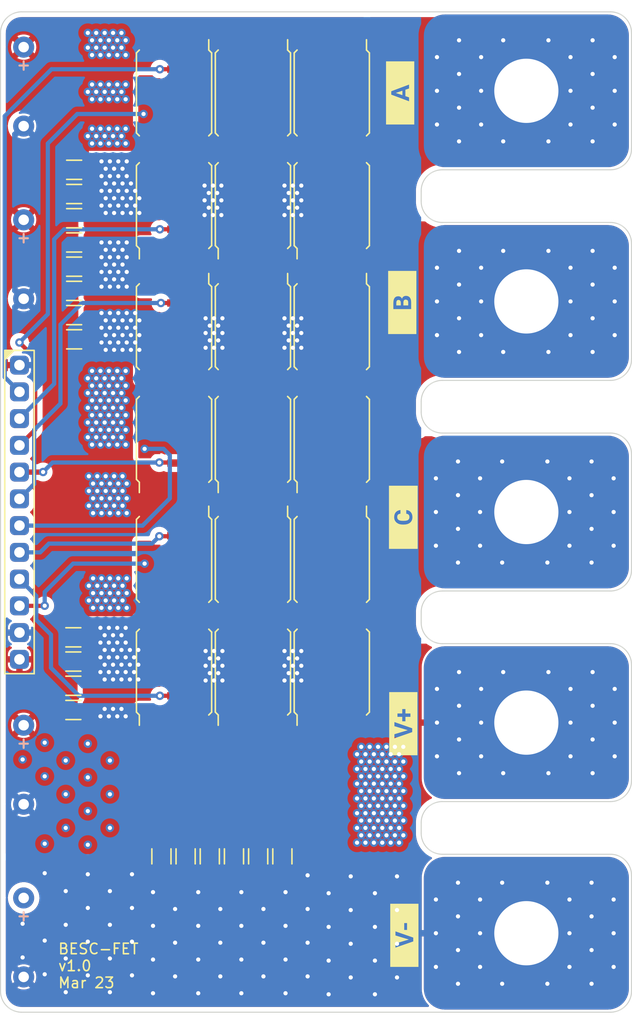
<source format=kicad_pcb>
(kicad_pcb (version 20221018) (generator pcbnew)
  (layers (0 "F.Cu" signal) (1 "In1.Cu" signal) (2 "In2.Cu" signal) (31 "B.Cu" signal) (34 "B.Paste" user) (35 "F.Paste" user) (36 "B.SilkS" user "B.Silkscreen") (37 "F.SilkS" user "F.Silkscreen") (38 "B.Mask" user) (39 "F.Mask" user) (44 "Edge.Cuts" user))
  (net 0 "")
  (net 1 "GND")
  (net 2 "/GATE_AH")
  (net 3 "/GATE_AL")
  (net 4 "/PHASE_A")
  (net 5 "/GATE_BH")
  (net 6 "/GATE_BL")
  (net 7 "/PHASE_B")
  (net 8 "/GATE_CH")
  (net 9 "/GATE_CL")
  (net 10 "/PHASE_C")
  (net 11 "+BATT")
  (footprint "kibuzzard-640441AC" (layer "F.Cu") (at 88.3 120.1 90)
    (fp_text reference "kibuzzard-640441AC" hide)
    (fp_text value "G***" hide)
  )
  (footprint "C_Capacitor:C_1206" (layer "F.Cu") (at 56.925 116.5)
    (fp_text reference "C3" hide)
    (fp_text value "4u7,100v" hide)
  )
  (footprint "kibuzzard-640441B5" (layer "F.Cu") (at 88.4 140.2 90)
    (fp_text reference "kibuzzard-640441B5" hide)
    (fp_text value "G***" hide)
  )
  (footprint "kibuzzard-640441A5" (layer "F.Cu") (at 88.3 100.5 90)
    (fp_text reference "kibuzzard-640441A5" hide)
    (fp_text value "G***" hide)
  )
  (footprint "C_Capacitor:C_1206" (layer "F.Cu") (at 65.3 132.7 -90)
    (fp_text reference "C18" hide)
    (fp_text value "4u7,100v" hide)
  )
  (footprint "N_NonPart:Finger_15x20_M6" (layer "F.Cu") (at 100 60)
    (fp_text reference "N3" hide)
    (fp_text value "Finger_15x20_M6" hide)
  )
  (footprint "C_Capacitor:C_1206" (layer "F.Cu") (at 57 79)
    (fp_text reference "C9" hide)
    (fp_text value "4u7,100v" hide)
  )
  (footprint "Q_MOSFET:IR_DirectFET_L8" (layer "F.Cu") (at 81.5 82.4 -90)
    (fp_text reference "Q2" hide)
    (fp_text value "IRF7769L1TRPBF" hide)
  )
  (footprint "kibuzzard-6404419B" (layer "F.Cu") (at 88.2 80.1 90)
    (fp_text reference "kibuzzard-6404419B" hide)
    (fp_text value "G***" hide)
  )
  (footprint "Q_MOSFET:IR_DirectFET_L8" (layer "F.Cu") (at 74 104.5 -90)
    (fp_text reference "Q15" hide)
    (fp_text value "IRF7769L1TRPBF" hide)
  )
  (footprint "C_Capacitor:C_1206" (layer "F.Cu") (at 56.925 118.8)
    (fp_text reference "C4" hide)
    (fp_text value "4u7,100v" hide)
  )
  (footprint "C_Capacitor:C_1206" (layer "F.Cu") (at 76.8 132.7 -90)
    (fp_text reference "C5" hide)
    (fp_text value "4u7,100v" hide)
  )
  (footprint "Q_MOSFET:IR_DirectFET_L8" (layer "F.Cu") (at 74 93.1 90)
    (fp_text reference "Q3" hide)
    (fp_text value "IRF7769L1TRPBF" hide)
  )
  (footprint "C_Capacitor:C_1206" (layer "F.Cu") (at 57 74.4)
    (fp_text reference "C11" hide)
    (fp_text value "4u7,100v" hide)
  )
  (footprint "C_Capacitor:C_1206" (layer "F.Cu") (at 69.9 132.7 -90)
    (fp_text reference "C16" hide)
    (fp_text value "4u7,100v" hide)
  )
  (footprint "Q_MOSFET:IR_DirectFET_L8" (layer "F.Cu") (at 74 82.4 -90)
    (fp_text reference "Q4" hide)
    (fp_text value "IRF7769L1TRPBF" hide)
  )
  (footprint "Q_MOSFET:IR_DirectFET_L8" (layer "F.Cu") (at 66.5 82.4 -90)
    (fp_text reference "Q6" hide)
    (fp_text value "IRF7769L1TRPBF" hide)
  )
  (footprint "kibuzzard-64044190" (layer "F.Cu") (at 88 60.2 90)
    (fp_text reference "kibuzzard-64044190" hide)
    (fp_text value "G***" hide)
  )
  (footprint "Q_MOSFET:IR_DirectFET_L8" (layer "F.Cu") (at 74 60.2 -90)
    (fp_text reference "Q9" hide)
    (fp_text value "IRF7769L1TRPBF" hide)
  )
  (footprint "N_NonPart:Finger_15x20_M6" (layer "F.Cu") (at 100 140)
    (fp_text reference "N2" hide)
    (fp_text value "Finger_15x20_M6" hide)
  )
  (footprint "Q_MOSFET:IR_DirectFET_L8" (layer "F.Cu") (at 81.5 60.2 -90)
    (fp_text reference "Q11" hide)
    (fp_text value "IRF7769L1TRPBF" hide)
  )
  (footprint "C_Capacitor:C_1206" (layer "F.Cu") (at 56.925 114.2)
    (fp_text reference "C2" hide)
    (fp_text value "4u7,100v" hide)
  )
  (footprint "C_Capacitor:C_1206" (layer "F.Cu") (at 57 76.7)
    (fp_text reference "C10" hide)
    (fp_text value "4u7,100v" hide)
  )
  (footprint "Q_MOSFET:IR_DirectFET_L8" (layer "F.Cu") (at 66.5 115.2 90)
    (fp_text reference "Q14" hide)
    (fp_text value "IRF7769L1TRPBF" hide)
  )
  (footprint "C_Capacitor:C_1206" (layer "F.Cu") (at 74.5 132.7 -90)
    (fp_text reference "C6" hide)
    (fp_text value "4u7,100v" hide)
  )
  (footprint "Q_MOSFET:IR_DirectFET_L8" (layer "F.Cu") (at 66.5 93.1 90)
    (fp_text reference "Q5" hide)
    (fp_text value "IRF7769L1TRPBF" hide)
  )
  (footprint "C_Capacitor:C_1206" (layer "F.Cu") (at 57 81.3)
    (fp_text reference "C8" hide)
    (fp_text value "4u7,100v" hide)
  )
  (footprint "C_Capacitor:C_1206" (layer "F.Cu") (at 57 83.6)
    (fp_text reference "C7" hide)
    (fp_text value "4u7,100v" hide)
  )
  (footprint "Q_MOSFET:IR_DirectFET_L8" (layer "F.Cu") (at 66.5 60.2 -90)
    (fp_text reference "Q7" hide)
    (fp_text value "IRF7769L1TRPBF" hide)
  )
  (footprint "Q_MOSFET:IR_DirectFET_L8" (layer "F.Cu") (at 66.5 70.9 90)
    (fp_text reference "Q8" hide)
    (fp_text value "IRF7769L1TRPBF" hide)
  )
  (footprint "C_Capacitor:C_1206" (layer "F.Cu") (at 56.925 111.9)
    (fp_text reference "C1" hide)
    (fp_text value "4u7,100v" hide)
  )
  (footprint "C_Capacitor:C_1206" (layer "F.Cu") (at 67.6 132.7 -90)
    (fp_text reference "C17" hide)
    (fp_text value "4u7,100v" hide)
  )
  (footprint "C_Capacitor:C_1206" (layer "F.Cu") (at 57 72.1)
    (fp_text reference "C12" hide)
    (fp_text value "4u7,100v" hide)
  )
  (footprint "Q_MOSFET:IR_DirectFET_L8" (layer "F.Cu") (at 81.5 115.2 90)
    (fp_text reference "Q18" hide)
    (fp_text value "IRF7769L1TRPBF" hide)
  )
  (footprint "Q_MOSFET:IR_DirectFET_L8" (layer "F.Cu") (at 81.5 93.1 90)
    (fp_text reference "Q1" hide)
    (fp_text value "IRF7769L1TRPBF" hide)
  )
  (footprint "N_NonPart:Finger_15x20_M6" (layer "F.Cu") (at 100 80)
    (fp_text reference "N4" hide)
    (fp_text value "Finger_15x20_M6" hide)
  )
  (footprint "N_NonPart:Finger_15x20_M6" (layer "F.Cu") (at 100 120)
    (fp_text reference "N1" hide)
    (fp_text value "Finger_15x20_M6" hide)
  )
  (footprint "Q_MOSFET:IR_DirectFET_L8" (layer "F.Cu") (at 74 115.2 90)
    (fp_text reference "Q16" hide)
    (fp_text value "IRF7769L1TRPBF" hide)
  )
  (footprint "Q_MOSFET:IR_DirectFET_L8" (layer "F.Cu") (at 81.5 70.9 90)
    (fp_text reference "Q12" hide)
    (fp_text value "IRF7769L1TRPBF" hide)
  )
  (footprint "Q_MOSFET:IR_DirectFET_L8" (layer "F.Cu") (at 74 70.9 90)
    (fp_text reference "Q10" hide)
    (fp_text value "IRF7769L1TRPBF" hide)
  )
  (footprint "J_Connector:Pins-2.54-1x12" (layer "F.Cu") (at 51.8 86.05)
    (fp_text reference "J1" hide)
    (fp_text value "Pins_2.54_1x12" hide)
  )
  (footprint "N_NonPart:Finger_15x20_M6" (layer "F.Cu") (at 100 100)
    (fp_text reference "N5" hide)
    (fp_text value "Finger_15x20_M6" hide)
  )
  (footprint "C_Capacitor:C_1206" (layer "F.Cu") (at 72.2 132.7 -90)
    (fp_text reference "C15" hide)
    (fp_text value "4u7,100v" hide)
  )
  (footprint "C_Capacitor:C_1206" (layer "F.Cu") (at 57 69.8)
    (fp_text reference "C13" hide)
    (fp_text value "4u7,100v" hide)
  )
  (footprint "C_Capacitor:C_1206" (layer "F.Cu") (at 57 67.5)
    (fp_text reference "C14" hide)
    (fp_text value "4u7,100v" hide)
  )
  (footprint "Q_MOSFET:IR_DirectFET_L8" (layer "F.Cu") (at 66.5 104.5 -90)
    (fp_text reference "Q13" hide)
    (fp_text value "IRF7769L1TRPBF" hide)
  )
  (footprint "Q_MOSFET:IR_DirectFET_L8" (layer "F.Cu") (at 81.5 104.5 -90)
    (fp_text reference "Q17" hide)
    (fp_text value "IRF7769L1TRPBF" hide)
  )
  (footprint "Capacitor_THT:C_Radial_D16.0mm_H25.0mm_P7.50mm" (layer "B.Cu") (at 52.2 76 -90)
    (fp_text reference "C20" hide)
    (fp_text value "470u,100v" hide)
  )
  (footprint "Capacitor_THT:C_Radial_D16.0mm_H25.0mm_P7.50mm" (layer "B.Cu") (at 52.2 59.6 -90)
    (fp_text reference "C19" hide)
    (fp_text value "470u,100v" hide)
  )
  (footprint "Capacitor_THT:C_Radial_D16.0mm_H25.0mm_P7.50mm" (layer "B.Cu") (at 52.2 124 -90)
    (fp_text reference "C21" hide)
    (fp_text value "470u,100v" hide)
  )
  (footprint "Capacitor_THT:C_Radial_D16.0mm_H25.0mm_P7.50mm" (layer "B.Cu") (at 52.2 140.4 -90)
    (fp_text reference "C22" hide)
    (fp_text value "470u,100v" hide)
  )
  (gr_line (start 108 127.5) (end 92 127.5) (stroke (width 0.1)) (layer "Edge.Cuts"))
  (gr_arc (start 108 132.5) (mid 109.414214 133.085786) (end 110 134.5) (stroke (width 0.1)) (layer "Edge.Cuts"))
  (gr_arc (start 108 92.5) (mid 109.414214 93.085786) (end 110 94.5) (stroke (width 0.1)) (layer "Edge.Cuts"))
  (gr_arc (start 92 92.5) (mid 90.585786 91.914214) (end 90 90.5) (stroke (width 0.1)) (layer "Edge.Cuts"))
  (gr_arc (start 90 89.5) (mid 90.585786 88.085786) (end 92 87.5) (stroke (width 0.1)) (layer "Edge.Cuts"))
  (gr_arc (start 90 109.5) (mid 90.585786 108.085786) (end 92 107.5) (stroke (width 0.1)) (layer "Edge.Cuts"))
  (gr_line (start 108 87.5) (end 92 87.5) (stroke (width 0.1)) (layer "Edge.Cuts"))
  (gr_line (start 108 67.5) (end 92 67.5) (stroke (width 0.1)) (layer "Edge.Cuts"))
  (gr_line (start 90 110.5) (end 90 109.5) (stroke (width 0.1)) (layer "Edge.Cuts"))
  (gr_arc (start 110 125.5) (mid 109.414214 126.914214) (end 108 127.5) (stroke (width 0.1)) (layer "Edge.Cuts"))
  (gr_arc (start 50 54.5) (mid 50.585786 53.085786) (end 52 52.5) (stroke (width 0.1)) (layer "Edge.Cuts"))
  (gr_arc (start 108 112.5) (mid 109.414214 113.085786) (end 110 114.5) (stroke (width 0.1)) (layer "Edge.Cuts"))
  (gr_line (start 110 145.5) (end 110 134.5) (stroke (width 0.1)) (layer "Edge.Cuts"))
  (gr_line (start 110 125.5) (end 110 114.5) (stroke (width 0.1)) (layer "Edge.Cuts"))
  (gr_arc (start 90 69.5) (mid 90.585786 68.085786) (end 92 67.5) (stroke (width 0.1)) (layer "Edge.Cuts"))
  (gr_line (start 52 147.5) (end 108 147.5) (stroke (width 0.1)) (layer "Edge.Cuts"))
  (gr_line (start 110 105.5) (end 110 94.5) (stroke (width 0.1)) (layer "Edge.Cuts"))
  (gr_arc (start 110 105.5) (mid 109.414214 106.914214) (end 108 107.5) (stroke (width 0.1)) (layer "Edge.Cuts"))
  (gr_line (start 90 70.5) (end 90 69.5) (stroke (width 0.1)) (layer "Edge.Cuts"))
  (gr_arc (start 52 147.5) (mid 50.585786 146.914214) (end 50 145.5) (stroke (width 0.1)) (layer "Edge.Cuts"))
  (gr_line (start 108 112.5) (end 92 112.5) (stroke (width 0.1)) (layer "Edge.Cuts"))
  (gr_arc (start 108 52.5) (mid 109.414214 53.085786) (end 110 54.5) (stroke (width 0.1)) (layer "Edge.Cuts"))
  (gr_line (start 108 107.5) (end 92 107.5) (stroke (width 0.1)) (layer "Edge.Cuts"))
  (gr_arc (start 90 129.5) (mid 90.585786 128.085786) (end 92 127.5) (stroke (width 0.1)) (layer "Edge.Cuts"))
  (gr_arc (start 92 112.5) (mid 90.585786 111.914214) (end 90 110.5) (stroke (width 0.1)) (layer "Edge.Cuts"))
  (gr_arc (start 110 85.5) (mid 109.414214 86.914214) (end 108 87.5) (stroke (width 0.1)) (layer "Edge.Cuts"))
  (gr_line (start 110 65.5) (end 110 54.5) (stroke (width 0.1)) (layer "Edge.Cuts"))
  (gr_arc (start 92 72.5) (mid 90.585786 71.914214) (end 90 70.5) (stroke (width 0.1)) (layer "Edge.Cuts"))
  (gr_line (start 90 90.5) (end 90 89.5) (stroke (width 0.1)) (layer "Edge.Cuts"))
  (gr_arc (start 108 72.5) (mid 109.414214 73.085786) (end 110 74.5) (stroke (width 0.1)) (layer "Edge.Cuts"))
  (gr_arc (start 92 132.5) (mid 90.585786 131.914214) (end 90 130.5) (stroke (width 0.1)) (layer "Edge.Cuts"))
  (gr_line (start 90 130.5) (end 90 129.5) (stroke (width 0.1)) (layer "Edge.Cuts"))
  (gr_line (start 108 92.5) (end 92 92.5) (stroke (width 0.1)) (layer "Edge.Cuts"))
  (gr_arc (start 110 65.5) (mid 109.414214 66.914214) (end 108 67.5) (stroke (width 0.1)) (layer "Edge.Cuts"))
  (gr_line (start 110 85.5) (end 110 74.5) (stroke (width 0.1)) (layer "Edge.Cuts"))
  (gr_line (start 108 132.5) (end 92 132.5) (stroke (width 0.1)) (layer "Edge.Cuts"))
  (gr_line (start 108 52.5) (end 52 52.5) (stroke (width 0.1)) (layer "Edge.Cuts"))
  (gr_line (start 108 72.5) (end 92 72.5) (stroke (width 0.1)) (layer "Edge.Cuts"))
  (gr_line (start 50 145.5) (end 50 54.5) (stroke (width 0.1)) (layer "Edge.Cuts"))
  (gr_arc (start 110 145.5) (mid 109.414214 146.914214) (end 108 147.5) (stroke (width 0.1)) (layer "Edge.Cuts"))
  (gr_text "BESC-FET\nv1.0\nMar 23" (at 55.4 143.1) (layer "F.SilkS") (effects (font (size 1 1)) (justify left)))
  (via (at 77.8 69) (size 0.8) (drill 0.4) (layers "F.Cu" "B.Cu") (net 1))
  (via (at 77 81.6) (size 0.8) (drill 0.4) (layers "F.Cu" "B.Cu") (net 1))
  (via (at 78.6 113.2) (size 0.8) (drill 0.4) (layers "F.Cu" "B.Cu") (net 1))
  (via (at 69.4 69) (size 0.8) (drill 0.4) (layers "F.Cu" "B.Cu") (net 1))
  (via (at 91.4 143.2) (size 0.8) (drill 0.4) (layers "F.Cu" "B.Cu") (net 1))
  (via (at 77.8 116) (size 0.8) (drill 0.4) (layers "F.Cu" "B.Cu") (net 1))
  (via (at 70.7 113.9) (size 0.8) (drill 0.4) (layers "F.Cu" "B.Cu") (net 1))
  (via (at 61.6 83.2) (size 0.8) (drill 0.4) (layers "F.Cu" "B.Cu") (net 1))
  (via (at 108.3 140) (size 0.8) (drill 0.4) (layers "F.Cu" "B.Cu") (net 1))
  (via (at 62.4 70.2) (size 0.8) (drill 0.4) (layers "F.Cu" "B.Cu") (net 1))
  (via (at 61.6 68.8) (size 0.8) (drill 0.4) (layers "F.Cu" "B.Cu") (net 1))
  (via (at 61.1 111) (size 0.8) (drill 0.4) (layers "F.Cu" "B.Cu") (net 1))
  (via (at 60.7 115.9) (size 0.8) (drill 0.4) (layers "F.Cu" "B.Cu") (net 1))
  (via (at 54.2 134.3) (size 0.8) (drill 0.4) (layers "F.Cu" "B.Cu") (net 1))
  (via (at 70.6 69.7) (size 0.8) (drill 0.4) (layers "F.Cu" "B.Cu") (net 1))
  (via (at 60.8 77.9) (size 0.8) (drill 0.4) (layers "F.Cu" "B.Cu") (net 1))
  (via (at 70.2 69) (size 0.8) (drill 0.4) (layers "F.Cu" "B.Cu") (net 1))
  (via (at 62 69.5) (size 0.8) (drill 0.4) (layers "F.Cu" "B.Cu") (net 1))
  (via (at 60.4 136) (size 0.8) (drill 0.4) (layers "F.Cu" "B.Cu") (net 1))
  (via (at 62.8 69.5) (size 0.8) (drill 0.4) (layers "F.Cu" "B.Cu") (net 1))
  (via (at 71.1 116) (size 0.8) (drill 0.4) (layers "F.Cu" "B.Cu") (net 1))
  (via (at 61.2 82.5) (size 0.8) (drill 0.4) (layers "F.Cu" "B.Cu") (net 1))
  (via (at 93.5 144.8) (size 0.8) (drill 0.4) (layers "F.Cu" "B.Cu") (net 1))
  (via (at 61.9 115.2) (size 0.8) (drill 0.4) (layers "F.Cu" "B.Cu") (net 1))
  (via (at 104.1 136.8) (size 0.8) (drill 0.4) (layers "F.Cu" "B.Cu") (net 1))
  (via (at 93.5 135.2) (size 0.8) (drill 0.4) (layers "F.Cu" "B.Cu") (net 1))
  (via (at 70.9 140.9) (size 0.8) (drill 0.4) (layers "F.Cu" "B.Cu") (net 1))
  (via (at 77.8 114.6) (size 0.8) (drill 0.4) (layers "F.Cu" "B.Cu") (net 1))
  (via (at 62 82.5) (size 0.8) (drill 0.4) (layers "F.Cu" "B.Cu") (net 1))
  (via (at 59.6 69.5) (size 0.8) (drill 0.4) (layers "F.Cu" "B.Cu") (net 1))
  (via (at 63.1 113.1) (size 0.8) (drill 0.4) (layers "F.Cu" "B.Cu") (net 1))
  (via (at 62.4 84.6) (size 0.8) (drill 0.4) (layers "F.Cu" "B.Cu") (net 1))
  (via (at 104.1 143.2) (size 0.8) (drill 0.4) (layers "F.Cu" "B.Cu") (net 1))
  (via (at 61.9 113.8) (size 0.8) (drill 0.4) (layers "F.Cu" "B.Cu") (net 1))
  (via (at 59.6 70.9) (size 0.8) (drill 0.4) (layers "F.Cu" "B.Cu") (net 1))
  (via (at 78.6 114.6) (size 0.8) (drill 0.4) (layers "F.Cu" "B.Cu") (net 1))
  (via (at 61.9 112.4) (size 0.8) (drill 0.4) (layers "F.Cu" "B.Cu") (net 1))
  (via (at 59.6 77.2) (size 0.8) (drill 0.4) (layers "F.Cu" "B.Cu") (net 1))
  (via (at 59.6 83.9) (size 0.8) (drill 0.4) (layers "F.Cu" "B.Cu") (net 1))
  (via (at 78.2 113.9) (size 0.8) (drill 0.4) (layers "F.Cu" "B.Cu") (net 1))
  (via (at 69.4 70.4) (size 0.8) (drill 0.4) (layers "F.Cu" "B.Cu") (net 1))
  (via (at 62.5 140.8) (size 0.8) (drill 0.4) (layers "F.Cu" "B.Cu") (net 1))
  (via (at 78.6 71.8) (size 0.8) (drill 0.4) (layers "F.Cu" "B.Cu") (net 1))
  (via (at 62.7 115.2) (size 0.8) (drill 0.4) (layers "F.Cu" "B.Cu") (net 1))
  (via (at 58.3 137.6) (size 0.8) (drill 0.4) (layers "F.Cu" "B.Cu") (net 1))
  (via (at 77 71.8) (size 0.8) (drill 0.4) (layers "F.Cu" "B.Cu") (net 1))
  (via (at 60.4 145.6) (size 0.8) (drill 0.4) (layers "F.Cu" "B.Cu") (net 1))
  (via (at 70.7 82.3) (size 0.8) (drill 0.4) (layers "F.Cu" "B.Cu") (net 1))
  (via (at 61.2 77.2) (size 0.8) (drill 0.4) (layers "F.Cu" "B.Cu") (net 1))
  (via (at 68.8 136.1) (size 0.8) (drill 0.4) (layers "F.Cu" "B.Cu") (net 1))
  (via (at 102 144.8) (size 0.8) (drill 0.4) (layers "F.Cu" "B.Cu") (net 1))
  (via (at 69.5 114.6) (size 0.8) (drill 0.4) (layers "F.Cu" "B.Cu") (net 1))
  (via (at 75 137.7) (size 0.8) (drill 0.4) (layers "F.Cu" "B.Cu") (net 1))
  (via (at 77.4 82.3) (size 0.8) (drill 0.4) (layers "F.Cu" "B.Cu") (net 1))
  (via (at 62.8 70.9) (size 0.8) (drill 0.4) (layers "F.Cu" "B.Cu") (net 1))
  (via (at 59.5 112.4) (size 0.8) (drill 0.4) (layers "F.Cu" "B.Cu") (net 1))
  (via (at 64.5 139.3) (size 0.8) (drill 0.4) (layers "F.Cu" "B.Cu") (net 1))
  (via (at 62.5 137.6) (size 0.8) (drill 0.4) (layers "F.Cu" "B.Cu") (net 1))
  (via (at 81.2 142.6) (size 0.8) (drill 0.4) (layers "F.Cu" "B.Cu") (net 1))
  (via (at 54.2 143.9) (size 0.8) (drill 0.4) (layers "F.Cu" "B.Cu") (net 1))
  (via (at 62 78.6) (size 0.8) (drill 0.4) (layers "F.Cu" "B.Cu") (net 1))
  (via (at 97.7 135.2) (size 0.8) (drill 0.4) (layers "F.Cu" "B.Cu") (net 1))
  (via (at 97.7 144.8) (size 0.8) (drill 0.4) (layers "F.Cu" "B.Cu") (net 1))
  (via (at 63.2 84.6) (size 0.8) (drill 0.4) (layers "F.Cu" "B.Cu") (net 1))
  (via (at 61.5 113.1) (size 0.8) (drill 0.4) (layers "F.Cu" "B.Cu") (net 1))
  (via (at 61.1 119.4) (size 0.8) (drill 0.4) (layers "F.Cu" "B.Cu") (net 1))
  (via (at 71 69) (size 0.8) (drill 0.4) (layers "F.Cu" "B.Cu") (net 1))
  (via (at 71.1 114.6) (size 0.8) (drill 0.4) (layers "F.Cu" "B.Cu") (net 1))
  (via (at 93.5 141.6) (size 0.8) (drill 0.4) (layers "F.Cu" "B.Cu") (net 1))
  (via (at 83.3 144.2) (size 0.8) (drill 0.4) (layers "F.Cu" "B.Cu") (net 1))
  (via (at 62.5 134.4) (size 0.8) (drill 0.4) (layers "F.Cu" "B.Cu") (net 1))
  (via (at 77.8 113.2) (size 0.8) (drill 0.4) (layers "F.Cu" "B.Cu") (net 1))
  (via (at 62.5 144) (size 0.8) (drill 0.4) (layers "F.Cu" "B.Cu") (net 1))
  (via (at 60.4 75.8) (size 0.8) (drill 0.4) (layers "F.Cu" "B.Cu") (net 1))
  (via (at 54.2 140.7) (size 0.8) (drill 0.4) (layers "F.Cu" "B.Cu") (net 1))
  (via (at 59.6 66.7) (size 0.8) (drill 0.4) (layers "F.Cu" "B.Cu") (net 1))
  (via (at 79.2 134.5) (size 0.8) (drill 0.4) (layers "F.Cu" "B.Cu") (net 1))
  (via (at 52.1 142.3) (size 0.8) (drill 0.4) (layers "F.Cu" "B.Cu") (net 1))
  (via (at 77.8 83) (size 0.8) (drill 0.4) (layers "F.Cu" "B.Cu") (net 1))
  (via (at 61.9 119.4) (size 0.8) (drill 0.4) (layers "F.Cu" "B.Cu") (net 1))
  (via (at 77.1 142.5) (size 0.8) (drill 0.4) (layers "F.Cu" "B.Cu") (net 1))
  (via (at 77 84.4) (size 0.8) (drill 0.4) (layers "F.Cu" "B.Cu") (net 1))
  (via (at 71.1 113.2) (size 0.8) (drill 0.4) (layers "F.Cu" "B.Cu") (net 1))
  (via (at 87.7 141) (size 0.8) (drill 0.4) (layers "F.Cu" "B.Cu") (net 1))
  (via (at 60.8 76.5) (size 0.8) (drill 0.4) (layers "F.Cu" "B.Cu") (net 1))
  (via (at 61.2 75.8) (size 0.8) (drill 0.4) (layers "F.Cu" "B.Cu") (net 1))
  (via (at 59.9 113.1) (size 0.8) (drill 0.4) (layers "F.Cu" "B.Cu") (net 1))
  (via (at 70.2 70.4) (size 0.8) (drill 0.4) (layers "F.Cu" "B.Cu") (net 1))
  (via (at 68.8 142.5) (size 0.8) (drill 0.4) (layers "F.Cu" "B.Cu") (net 1))
  (via (at 61.2 78.6) (size 0.8) (drill 0.4) (layers "F.Cu" "B.Cu") (net 1))
  (via (at 77.1 136.1) (size 0.8) (drill 0.4) (layers "F.Cu" "B.Cu") (net 1))
  (via (at 78.2 71.1) (size 0.8) (drill 0.4) (layers "F.Cu" "B.Cu") (net 1))
  (via (at 68.8 139.3) (size 0.8) (drill 0.4) (layers "F.Cu" "B.Cu") (net 1))
  (via (at 71.1 83) (size 0.8) (drill 0.4) (layers "F.Cu" "B.Cu") (net 1))
  (via (at 71 71.8) (size 0.8) (drill 0.4) (layers "F.Cu" "B.Cu") (net 1))
  (via (at 77.4 71.1) (size 0.8) (drill 0.4) (layers "F.Cu" "B.Cu") (net 1))
  (via (at 60.4 70.9) (size 0.8) (drill 0.4) (layers "F.Cu" "B.Cu") (net 1))
  (via (at 60.7 118.7) (size 0.8) (drill 0.4) (layers "F.Cu" "B.Cu") (net 1))
  (via (at 61.6 76.5) (size 0.8) (drill 0.4) (layers "F.Cu" "B.Cu") (net 1))
  (via (at 78.6 69) (size 0.8) (drill 0.4) (layers "F.Cu" "B.Cu") (net 1))
  (via (at 87.7 144.2) (size 0.8) (drill 0.4) (layers "F.Cu" "B.Cu") (net 1))
  (via (at 61.2 68.1) (size 0.8) (drill 0.4) (layers "F.Cu" "B.Cu") (net 1))
  (via (at 108.3 136.8) (size 0.8) (drill 0.4) (layers "F.Cu" "B.Cu") (net 1))
  (via (at 61.1 113.8) (size 0.8) (drill 0.4) (layers "F.Cu" "B.Cu") (net 1))
  (via (at 108.3 143.2) (size 0.8) (drill 0.4) (layers "F.Cu" "B.Cu") (net 1))
  (via (at 61.9 111) (size 0.8) (drill 0.4) (layers "F.Cu" "B.Cu") (net 1))
  (via (at 83.3 137.8) (size 0.8) (drill 0.4) (layers "F.Cu" "B.Cu") (net 1))
  (via (at 62 81.1) (size 0.8) (drill 0.4) (layers "F.Cu" "B.Cu") (net 1))
  (via (at 60.8 68.8) (size 0.8) (drill 0.4) (layers "F.Cu" "B.Cu") (net 1))
  (via (at 61.2 66.7) (size 0.8) (drill 0.4) (layers "F.Cu" "B.Cu") (net 1))
  (via (at 61.5 115.9) (size 0.8) (drill 0.4) (layers "F.Cu" "B.Cu") (net 1))
  (via (at 62.8 82.5) (size 0.8) (drill 0.4) (layers "F.Cu" "B.Cu") (net 1))
  (via (at 61.6 81.8) (size 0.8) (drill 0.4) (layers "F.Cu" "B.Cu") (net 1))
  (via (at 87.7 137.8) (size 0.8) (drill 0.4) (layers "F.Cu" "B.Cu") (net 1))
  (via (at 77.8 81.6) (size 0.8) (drill 0.4) (layers "F.Cu" "B.Cu") (net 1))
  (via (at 60.4 78.6) (size 0.8) (drill 0.4) (layers "F.Cu" "B.Cu") (net 1))
  (via (at 62.4 83.2) (size 0.8) (drill 0.4) (layers "F.Cu" "B.Cu") (net 1))
  (via (at 61.2 83.9) (size 0.8) (drill 0.4) (layers "F.Cu" "B.Cu") (net 1))
  (via (at 59.9 114.5) (size 0.8) (drill 0.4) (layers "F.Cu" "B.Cu") (net 1))
  (via (at 60 75.1) (size 0.8) (drill 0.4) (layers "F.Cu" "B.Cu") (net 1))
  (via (at 78.6 81.6) (size 0.8) (drill 0.4) (layers "F.Cu" "B.Cu") (net 1))
  (via (at 59.5 113.8) (size 0.8) (drill 0.4) (layers "F.Cu" "B.Cu") (net 1))
  (via (at 60 68.8) (size 0.8) (drill 0.4) (layers "F.Cu" "B.Cu") (net 1))
  (via (at 69.9 83.7) (size 0.8) (drill 0.4) (layers "F.Cu" "B.Cu") (net 1))
  (via (at 61.5 111.7) (size 0.8) (drill 0.4) (layers "F.Cu" "B.Cu") (net 1))
  (via (at 60 84.6) (size 0.8) (drill 0.4) (layers "F.Cu" "B.Cu") (net 1))
  (via (at 93.5 138.4) (size 0.8) (drill 0.4) (layers "F.Cu" "B.Cu") (net 1))
  (via (at 63.2 83.2) (size 0.8) (drill 0.4) (layers "F.Cu" "B.Cu") (net 1))
  (via (at 63.1 115.9) (size 0.8) (drill 0.4) (layers "F.Cu" "B.Cu") (net 1))
  (via (at 69.8 69.7) (size 0.8) (drill 0.4) (layers "F.Cu" "B.Cu") (net 1))
  (via (at 66.6 140.9) (size 0.8) (drill 0.4) (layers "F.Cu" "B.Cu") (net 1))
  (via (at 59.5 111) (size 0.8) (drill 0.4) (layers "F.Cu" "B.Cu") (net 1))
  (via (at 70.3 114.6) (size 0.8) (drill 0.4) (layers "F.Cu" "B.Cu") (net 1))
  (via (at 106.2 138.4) (size 0.8) (drill 0.4) (layers "F.Cu" "B.Cu") (net 1))
  (via (at 69.9 113.9) (size 0.8) (drill 0.4) (layers "F.Cu" "B.Cu") (net 1))
  (via (at 70.6 71.1) (size 0.8) (drill 0.4) (layers "F.Cu" "B.Cu") (net 1))
  (via (at 60.7 111.7) (size 0.8) (drill 0.4) (layers "F.Cu" "B.Cu") (net 1))
  (via (at 69.9 115.3) (size 0.8) (drill 0.4) (layers "F.Cu" "B.Cu") (net 1))
  (via (at 106.2 141.6) (size 0.8) (drill 0.4) (layers "F.Cu" "B.Cu") (net 1))
  (via (at 64.5 136.1) (size 0.8) (drill 0.4) (layers "F.Cu" "B.Cu") (net 1))
  (via (at 61.2 74.4) (size 0.8) (drill 0.4) (layers "F.Cu" "B.Cu") (net 1))
  (via (at 78.6 83) (size 0.8) (drill 0.4) (layers "F.Cu" "B.Cu") (net 1))
  (via (at 59.6 78.6) (size 0.8) (drill 0.4) (layers "F.Cu" "B.Cu") (net 1))
  (via (at 77 114.6) (size 0.8) (drill 0.4) (layers "F.Cu" "B.Cu") (net 1))
  (via (at 60.8 75.1) (size 0.8) (drill 0.4) (layers "F.Cu" "B.Cu") (net 1))
  (via (at 79.2 144.1) (size 0.8) (drill 0.4) (layers "F.Cu" "B.Cu") (net 1))
  (via (at 61.2 81.1) (size 0.8) (drill 0.4) (layers "F.Cu" "B.Cu") (net 1))
  (via (at 78.6 116) (size 0.8) (drill 0.4) (layers "F.Cu" "B.Cu") (net 1))
  (via (at 60.3 112.4) (size 0.8) (drill 0.4) (layers "F.Cu" "B.Cu") (net 1))
  (via (at 78.2 69.7) (size 0.8) (drill 0.4) (layers "F.Cu" "B.Cu") (net 1))
  (via (at 77 83) (size 0.8) (drill 0.4) (layers "F.Cu" "B.Cu") (net 1))
  (via (at 59.6 75.8) (size 0.8) (drill 0.4) (layers "F.Cu" "B.Cu") (net 1))
  (via (at 75 144.1) (size 0.8) (drill 0.4) (layers "F.Cu" "B.Cu") (net 1))
  (via (at 85.6 139.4) (size 0.8) (drill 0.4) (layers "F.Cu" "B.Cu") (net 1))
  (via (at 91.4 136.8) (size 0.8) (drill 0.4) (layers "F.Cu" "B.Cu") (net 1))
  (via (at 61.6 70.2) (size 0.8) (drill 0.4) (layers "F.Cu" "B.Cu") (net 1))
  (via (at 60.8 84.6) (size 0.8) (drill 0.4) (layers "F.Cu" "B.Cu") (net 1))
  (via (at 91.4 140) (size 0.8) (drill 0.4) (layers "F.Cu" "B.Cu") (net 1))
  (via (at 70.2 71.8) (size 0.8) (drill 0.4) (layers "F.Cu" "B.Cu") (net 1))
  (via (at 72.9 139.3) (size 0.8) (drill 0.4) (layers "F.Cu" "B.Cu") (net 1))
  (via (at 85.6 142.6) (size 0.8) (drill 0.4) (layers "F.Cu" "B.Cu") (net 1))
  (via (at 77.8 71.8) (size 0.8) (drill 0.4) (layers "F.Cu" "B.Cu") (net 1))
  (via (at 60 70.2) (size 0.8) (drill 0.4) (layers "F.Cu" "B.Cu") (net 1))
  (via (at 60 71.6) (size 0.8) (drill 0.4) (layers "F.Cu" "B.Cu") (net 1))
  (via (at 85.6 145.8) (size 0.8) (drill 0.4) (layers "F.Cu" "B.Cu") (net 1))
  (via (at 62.8 81.1) (size 0.8) (drill 0.4) (layers "F.Cu" "B.Cu") (net 1))
  (via (at 60.3 119.4) (size 0.8) (drill 0.4) (layers "F.Cu" "B.Cu") (net 1))
  (via (at 70.9 137.7) (size 0.8) (drill 0.4) (layers "F.Cu" "B.Cu") (net 1))
  (via (at 60.4 66.7) (size 0.8) (drill 0.4) (layers "F.Cu" "B.Cu") (net 1))
  (via (at 77.8 70.4) (size 0.8) (drill 0.4) (layers "F.Cu" "B.Cu") (net 1))
  (via (at 62.4 71.6) (size 0.8) (drill 0.4) (layers "F.Cu" "B.Cu") (net 1))
  (via (at 70.3 83) (size 0.8) (drill 0.4) (layers "F.Cu" "B.Cu") (net 1))
  (via (at 72.9 136.1) (size 0.8) (drill 0.4) (layers "F.Cu" "B.Cu") (net 1))
  (via (at 59.5 119.4) (size 0.8) (drill 0.4) (layers "F.Cu" "B.Cu") (net 1))
  (via (at 62 70.9) (size 0.8) (drill 0.4) (layers "F.Cu" "B.Cu") (net 1))
  (via (at 83.3 134.6) (size 0.8) (drill 0.4) (layers "F.Cu" "B.Cu") (net 1))
  (via (at 60.3 115.2) (size 0.8) (drill 0.4) (layers "F.Cu" "B.Cu") (net 1))
  (via (at 77 113.2) (size 0.8) (drill 0.4) (layers "F.Cu" "B.Cu") (net 1))
  (via (at 60 77.9) (size 0.8) (drill 0.4) (layers "F.Cu" "B.Cu") (net 1))
  (via (at 78.2 83.7) (size 0.8) (drill 0.4) (layers "F.Cu" "B.Cu") (net 1))
  (via (at 62.8 83.9) (size 0.8) (drill 0.4) (layers "F.Cu" "B.Cu") (net 1))
  (via (at 77.4 83.7) (size 0.8) (drill 0.4) (layers "F.Cu" "B.Cu") (net 1))
  (via (at 102 135.2) (size 0.8) (drill 0.4) (layers "F.Cu" "B.Cu") (net 1))
  (via (at 60.8 71.6) (size 0.8) (drill 0.4) (layers "F.Cu" "B.Cu") (net 1))
  (via (at 62.7 113.8) (size 0.8) (drill 0.4) (layers "F.Cu" "B.Cu") (net 1))
  (via (at 104.1 140) (size 0.8) (drill 0.4) (layers "F.Cu" "B.Cu") (net 1))
  (via (at 59.9 115.9) (size 0.8) (drill 0.4) (layers "F.Cu" "B.Cu") (net 1))
  (via (at 59.9 111.7) (size 0.8) (drill 0.4) (layers "F.Cu" "B.Cu") (net 1))
  (via (at 70.7 115.3) (size 0.8) (drill 0.4) (layers "F.Cu" "B.Cu") (net 1))
  (via (at 60.4 69.5) (size 0.8) (drill 0.4) (layers "F.Cu" "B.Cu") (net 1))
  (via (at 61.2 69.5) (size 0.8) (drill 0.4) (layers "F.Cu" "B.Cu") (net 1))
  (via (at 77 70.4) (size 0.8) (drill 0.4) (layers "F.Cu" "B.Cu") (net 1))
  (via (at 69.5 81.6) (size 0.8) (drill 0.4) (layers "F.Cu" "B.Cu") (net 1))
  (via (at 72.9 145.7) (size 0.8) (drill 0.4) (layers "F.Cu" "B.Cu") (net 1))
  (via (at 60 83.2) (size 0.8) (drill 0.4) (layers "F.Cu" "B.Cu") (net 1))
  (via (at 78.2 82.3) (size 0.8) (drill 0.4) (layers "F.Cu" "B.Cu") (net 1))
  (via (at 77.8 84.4) (size 0.8) (drill 0.4) (layers "F.Cu" "B.Cu") (net 1))
  (via (at 77.1 145.7) (size 0.8) (drill 0.4) (layers "F.Cu" "B.Cu") (net 1))
  (via (at 78.2 115.3) (size 0.8) (drill 0.4) (layers "F.Cu" "B.Cu") (net 1))
  (via (at 70.3 81.6) (size 0.8) (drill 0.4) (layers "F.Cu" "B.Cu") (net 1))
  (via (at 59.5 115.2) (size 0.8) (drill 0.4) (layers "F.Cu" "B.Cu") (net 1))
  (via (at 75 140.9) (size 0.8) (drill 0.4) (layers "F.Cu" "B.Cu") (net 1))
  (via (at 60.4 68.1) (size 0.8) (drill 0.4) (layers "F.Cu" "B.Cu") (net 1))
  (via (at 83.3 141) (size 0.8) (drill 0.4) (layers "F.Cu" "B.Cu") (net 1))
  (via (at 61.6 67.4) (size 0.8) (drill 0.4) (layers "F.Cu" "B.Cu") (net 1))
  (via (at 61.1 115.2) (size 0.8) (drill 0.4) (layers "F.Cu" "B.Cu") (net 1))
  (via (at 64.5 142.5) (size 0.8) (drill 0.4) (layers "F.Cu" "B.Cu") (net 1))
  (via (at 60 81.8) (size 0.8) (drill 0.4) (layers "F.Cu" "B.Cu") (net 1))
  (via (at 77.4 69.7) (size 0.8) (drill 0.4) (layers "F.Cu" "B.Cu") (net 1))
  (via (at 70.7 83.7) (size 0.8) (drill 0.4) (layers "F.Cu" "B.Cu") (net 1))
  (via (at 78.6 70.4) (size 0.8) (drill 0.4) (layers "F.Cu" "B.Cu") (net 1))
  (via (at 60.4 142.4) (size 0.8) (drill 0.4) (layers "F.Cu" "B.Cu") (net 1))
  (via (at 69.5 84.4) (size 0.8) (drill 0.4) (layers "F.Cu" "B.Cu") (net 1))
  (via (at 62.4 81.8) (size 0.8) (drill 0.4) (layers "F.Cu" "B.Cu") (net 1))
  (via (at 79.2 140.9) (size 0.8) (drill 0.4) (layers "F.Cu" "B.Cu") (net 1))
  (via (at 60.4 81.1) (size 0.8) (drill 0.4) (layers "F.Cu" "B.Cu") (net 1))
  (via (at 62 83.9) (size 0.8) (drill 0.4) (layers "F.Cu" "B.Cu") (net 1))
  (via (at 58.3 140.8) (size 0.8) (drill 0.4) (layers "F.Cu" "B.Cu") (net 1))
  (via (at 63.2 70.2) (size 0.8) (drill 0.4) (layers "F.Cu" "B.Cu") (net 1))
  (via (at 59.6 68.1) (size 0.8) (drill 0.4) (layers "F.Cu" "B.Cu") (net 1))
  (via (at 69.8 71.1) (size 0.8) (drill 0.4) (layers "F.Cu" "B.Cu") (net 1))
  (via (at 60 76.5) (size 0.8) (drill 0.4) (layers "F.Cu" "B.Cu") (net 1))
  (via (at 61.6 84.6) (size 0.8) (drill 0.4) (layers "F.Cu" "B.Cu") (net 1))
  (via (at 77.1 139.3) (size 0.8) (drill 0.4) (layers "F.Cu" "B.Cu") (net 1))
  (via (at 72.9 142.5) (size 0.8) (drill 0.4) (layers "F.Cu" "B.Cu") (net 1))
  (via (at 62.3 114.5) (size 0.8) (drill 0.4) (layers "F.Cu" "B.Cu") (net 1))
  (via (at 60.8 83.2) (size 0.8) (drill 0.4) (layers "F.Cu" "B.Cu") (net 1))
  (via (at 62 74.4) (size 0.8) (drill 0.4) (layers "F.Cu" "B.Cu") (net 1))
  (via (at 58.3 144) (size 0.8) (drill 0.4) (layers "F.Cu" "B.Cu") (net 1))
  (via (at 61.6 77.9) (size 0.8) (drill 0.4) (layers "F.Cu" "B.Cu") (net 1))
  (via (at 77.4 113.9) (size 0.8) (drill 0.4) (layers "F.Cu" "B.Cu") (net 1))
  (via (at 77 116) (size 0.8) (drill 0.4) (layers "F.Cu" "B.Cu") (net 1))
  (via (at 63.2 81.8) (size 0.8) (drill 0.4) (layers "F.Cu" "B.Cu") (net 1))
  (via (at 81.2 145.8) (size 0.8) (drill 0.4) (layers "F.Cu" "B.Cu") (net 1))
  (via (at 61.6 75.1) (size 0.8) (drill 0.4) (layers "F.Cu" "B.Cu") (net 1))
  (via (at 60.7 114.5) (size 0.8) (drill 0.4) (layers "F.Cu" "B.Cu") (net 1))
  (via (at 69.4 71.8) (size 0.8) (drill 0.4) (layers "F.Cu" "B.Cu") (net 1))
  (via (at 66.6 137.7) (size 0.8) (drill 0.4) (layers "F.Cu" "B.Cu") (net 1))
  (via (at 62.3 113.1) (size 0.8) (drill 0.4) (layers "F.Cu" "B.Cu") (net 1))
  (via (at 60.3 111) (size 0.8) (drill 0.4) (layers "F.Cu" "B.Cu") (net 1))
  (via (at 71 70.4) (size 0.8) (drill 0.4) (layers "F.Cu" "B.Cu") (net 1))
  (via (at 106.2 144.8) (size 0.8) (drill 0.4) (layers "F.Cu" "B.Cu") (net 1))
  (via (at 79.2 137.7) (size 0.8) (drill 0.4) (layers "F.Cu" "B.Cu") (net 1))
  (via (at 61.5 118.7) (size 0.8) (drill 0.4) (layers "F.Cu" "B.Cu") (net 1))
  (via (at 56.2 139.2) (size 0.8) (drill 0.4) (layers "F.Cu" "B.Cu") (net 1))
  (via (at 56.2 142.4) (size 0.8) (drill 0.4) (layers "F.Cu" "B.Cu") (net 1))
  (via (at 69.5 116) (size 0.8) (drill 0.4) (layers "F.Cu" "B.Cu") (net 1))
  (via (at 62 75.8) (size 0.8) (drill 0.4) (layers "F.Cu" "B.Cu") (net 1))
  (via (at 61.6 71.6) (size 0.8) (drill 0.4) (layers "F.Cu" "B.Cu") (net 1))
  (via (at 70.3 116) (size 0.8) (drill 0.4) (layers "F.Cu" "B.Cu") (net 1))
  (via (at 64.5 145.7) (size 0.8) (drill 0.4) (layers "F.Cu" "B.Cu") (net 1))
  (via (at 59.6 82.5) (size 0.8) (drill 0.4) (layers "F.Cu" "B.Cu") (net 1))
  (via (at 60.4 83.9) (size 0.8) (drill 0.4) (layers "F.Cu" "B.Cu") (net 1))
  (via (at 61.2 70.9) (size 0.8) (drill 0.4) (layers "F.Cu" "B.Cu") (net 1))
  (via (at 70.9 144.1) (size 0.8) (drill 0.4) (layers "F.Cu" "B.Cu") (net 1))
  (via (at 63.1 114.5) (size 0.8) (drill 0.4) (layers "F.Cu" "B.Cu") (net 1))
  (via (at 60.8 67.4) (size 0.8) (drill 0.4) (layers "F.Cu" "B.Cu") (net 1))
  (via (at 69.5 113.2) (size 0.8) (drill 0.4) (layers "F.Cu" "B.Cu") (net 1))
  (via (at 62.4 68.8) (size 0.8) (drill 0.4) (layers "F.Cu" "B.Cu") (net 1))
  (via (at 62.3 115.9) (size 0.8) (drill 0.4) (layers "F.Cu" "B.Cu") (net 1))
  (via (at 95.6 140) (size 0.8) (drill 0.4) (layers "F.Cu" "B.Cu") (net 1))
  (via (at 70.3 84.4) (size 0.8) (drill 0.4) (layers "F.Cu" "B.Cu") (net 1))
  (via (at 62 77.2) (size 0.8) (drill 0.4) (layers "F.Cu" "B.Cu") (net 1))
  (via (at 106.2 135.2) (size 0.8) (drill 0.4) (layers "F.Cu" "B.Cu") (net 1))
  (via (at 60.4 77.2) (size 0.8) (drill 0.4) (layers "F.Cu" "B.Cu") (net 1))
  (via (at 60.4 82.5) (size 0.8) (drill 0.4) (layers "F.Cu" "B.Cu") (net 1))
  (via (at 59.6 74.4) (size 0.8) (drill 0.4) (layers "F.Cu" "B.Cu") (net 1))
  (via (at 70.3 113.2) (size 0.8) (drill 0.4) (layers "F.Cu" "B.Cu") (net 1))
  (via (at 59.9 118.7) (size 0.8) (drill 0.4) (layers "F.Cu" "B.Cu") (net 1))
  (via (at 85.6 136.2) (size 0.8) (drill 0.4) (layers "F.Cu" "B.Cu") (net 1))
  (via (at 69.5 83) (size 0.8) (drill 0.4) (layers "F.Cu" "B.Cu") (net 1))
  (via (at 81.2 136.2) (size 0.8) (drill 0.4) (layers "F.Cu" "B.Cu") (net 1))
  (via (at 52.1 139.1) (size 0.8) (drill 0.4) (layers "F.Cu" "B.Cu") (net 1))
  (via (at 60 67.4) (size 0.8) (drill 0.4) (layers "F.Cu" "B.Cu") (net 1))
  (via (at 87.7 134.6) (size 0.8) (drill 0.4) (layers "F.Cu" "B.Cu") (net 1))
  (via (at 60.8 81.8) (size 0.8) (drill 0.4) (layers "F.Cu" "B.Cu") (net 1))
  (via (at 63.2 71.6) (size 0.8) (drill 0.4) (layers "F.Cu" "B.Cu") (net 1))
  (via (at 95.6 143.2) (size 0.8) (drill 0.4) (layers "F.Cu" "B.Cu") (net 1))
  (via (at 66.6 144.1) (size 0.8) (drill 0.4) (layers "F.Cu" "B.Cu") (net 1))
  (via (at 77.4 115.3) (size 0.8) (drill 0.4) (layers "F.Cu" "B.Cu") (net 1))
  (via (at 68.8 145.7) (size 0.8) (drill 0.4) (layers "F.Cu" "B.Cu") (net 1))
  (via (at 78.6 84.4) (size 0.8) (drill 0.4) (layers "F.Cu" "B.Cu") (net 1))
  (via (at 71.1 81.6) (size 0.8) (drill 0.4) (layers "F.Cu" "B.Cu") (net 1))
  (via (at 59.6 81.1) (size 0.8) (drill 0.4) (layers "F.Cu" "B.Cu") (net 1))
  (via (at 60.8 70.2) (size 0.8) (drill 0.4) (layers "F.Cu" "B.Cu") (net 1))
  (via (at 60.4 74.4) (size 0.8) (drill 0.4) (layers "F.Cu" "B.Cu") (net 1))
  (via (at 77 69) (size 0.8) (drill 0.4) (layers "F.Cu" "B.Cu") (net 1))
  (via (at 61.5 114.5) (size 0.8) (drill 0.4) (layers "F.Cu" "B.Cu") (net 1))
  (via (at 56.2 145.6) (size 0.8) (drill 0.4) (layers "F.Cu" "B.Cu") (net 1))
  (via (at 62 68.1) (size 0.8) (drill 0.4) (layers "F.Cu" "B.Cu") (net 1))
  (via (at 56.2 136) (size 0.8) (drill 0.4) (layers "F.Cu" "B.Cu") (net 1))
  (via (at 81.2 139.4) (size 0.8) (drill 0.4) (layers "F.Cu" "B.Cu") (net 1))
  (via (at 61.1 112.4) (size 0.8) (drill 0.4) (layers "F.Cu" "B.Cu") (net 1))
  (via (at 60.3 113.8) (size 0.8) (drill 0.4) (layers "F.Cu" "B.Cu") (net 1))
  (via (at 60.7 113.1) (size 0.8) (drill 0.4) (layers "F.Cu" "B.Cu") (net 1))
  (via (at 60.4 139.2) (size 0.8) (drill 0.4) (layers "F.Cu" "B.Cu") (net 1))
  (via (at 69.9 82.3) (size 0.8) (drill 0.4) (layers "F.Cu" "B.Cu") (net 1))
  (via (at 62 66.7) (size 0.8) (drill 0.4) (layers "F.Cu" "B.Cu") (net 1))
  (via (at 58.3 134.4) (size 0.8) (drill 0.4) (layers "F.Cu" "B.Cu") (net 1))
  (via (at 95.6 136.8) (size 0.8) (drill 0.4) (layers "F.Cu" "B.Cu") (net 1))
  (via (at 71.1 84.4) (size 0.8) (drill 0.4) (layers "F.Cu" "B.Cu") (net 1))
  (segment (start 66.5 57.95) (end 65.15 57.95) (width 0.4) (layer "F.Cu") (net 2))
  (segment (start 66.5 57.95) (end 81.5 57.95) (width 0.4) (layer "F.Cu") (net 2))
  (via (at 65.15 57.95) (size 0.8) (drill 0.4) (layers "F.Cu" "B.Cu") (net 2))
  (segment (start 54.85 57.95) (end 50.4 62.4) (width 0.4) (layer "B.Cu") (net 2))
  (segment (start 65.15 57.95) (end 54.85 57.95) (width 0.4) (layer "B.Cu") (net 2))
  (segment (start 50.4 87.19) (end 51.8 88.59) (width 0.4) (layer "B.Cu") (net 2))
  (segment (start 50.4 62.4) (end 50.4 87.19) (width 0.4) (layer "B.Cu") (net 2))
  (segment (start 65.15 73.15) (end 66.5 73.15) (width 0.4) (layer "F.Cu") (net 3))
  (segment (start 66.5 73.15) (end 81.5 73.15) (width 0.4) (layer "F.Cu") (net 3))
  (via (at 65.15 73.15) (size 0.8) (drill 0.4) (layers "F.Cu" "B.Cu") (net 3))
  (segment (start 56.05 73.15) (end 55.1 74.1) (width 0.4) (layer "B.Cu") (net 3))
  (segment (start 55.1 87.83) (end 51.8 91.13) (width 0.4) (layer "B.Cu") (net 3))
  (segment (start 55.1 74.1) (end 55.1 87.83) (width 0.4) (layer "B.Cu") (net 3))
  (segment (start 65.15 73.15) (end 56.05 73.15) (width 0.4) (layer "B.Cu") (net 3))
  (segment (start 53.3 92.17) (end 51.8 93.67) (width 0.4) (layer "F.Cu") (net 4))
  (segment (start 53.3 85.4) (end 53.3 92.17) (width 0.4) (layer "F.Cu") (net 4))
  (segment (start 51.8 83.9) (end 53.3 85.4) (width 0.4) (layer "F.Cu") (net 4))
  (via (at 91.5 56.8) (size 0.8) (drill 0.4) (layers "F.Cu" "B.Cu") (net 4))
  (via (at 93.6 58.4) (size 0.8) (drill 0.4) (layers "F.Cu" "B.Cu") (net 4))
  (via (at 93.6 55.2) (size 0.8) (drill 0.4) (layers "F.Cu" "B.Cu") (net 4))
  (via (at 102.1 55.2) (size 0.8) (drill 0.4) (layers "F.Cu" "B.Cu") (net 4))
  (via (at 51.8 83.9) (size 0.8) (drill 0.4) (layers "F.Cu" "B.Cu") (net 4))
  (via (at 106.3 58.4) (size 0.8) (drill 0.4) (layers "F.Cu" "B.Cu") (net 4))
  (via (at 91.5 60) (size 0.8) (drill 0.4) (layers "F.Cu" "B.Cu") (net 4))
  (via (at 95.7 56.8) (size 0.8) (drill 0.4) (layers "F.Cu" "B.Cu") (net 4))
  (via (at 63.6 62.2) (size 0.8) (drill 0.4) (layers "F.Cu" "B.Cu") (net 4))
  (via (at 97.8 55.2) (size 0.8) (drill 0.4) (layers "F.Cu" "B.Cu") (net 4))
  (via (at 102.1 64.8) (size 0.8) (drill 0.4) (layers "F.Cu" "B.Cu") (net 4))
  (via (at 108.4 56.8) (size 0.8) (drill 0.4) (layers "F.Cu" "B.Cu") (net 4))
  (via (at 97.8 64.8) (size 0.8) (drill 0.4) (layers "F.Cu" "B.Cu") (net 4))
  (via (at 106.3 64.8) (size 0.8) (drill 0.4) (layers "F.Cu" "B.Cu") (net 4))
  (via (at 104.2 63.2) (size 0.8) (drill 0.4) (layers "F.Cu" "B.Cu") (net 4))
  (via (at 104.2 56.8) (size 0.8) (drill 0.4) (layers "F.Cu" "B.Cu") (net 4))
  (via (at 91.5 63.2) (size 0.8) (drill 0.4) (layers "F.Cu" "B.Cu") (net 4))
  (via (at 108.4 60) (size 0.8) (drill 0.4) (layers "F.Cu" "B.Cu") (net 4))
  (via (at 95.7 60) (size 0.8) (drill 0.4) (layers "F.Cu" "B.Cu") (net 4))
  (via (at 108.4 63.2) (size 0.8) (drill 0.4) (layers "F.Cu" "B.Cu") (net 4))
  (via (at 93.6 61.6) (size 0.8) (drill 0.4) (layers "F.Cu" "B.Cu") (net 4))
  (via (at 106.3 55.2) (size 0.8) (drill 0.4) (layers "F.Cu" "B.Cu") (net 4))
  (via (at 95.7 63.2) (size 0.8) (drill 0.4) (layers "F.Cu" "B.Cu") (net 4))
  (via (at 93.6 64.8) (size 0.8) (drill 0.4) (layers "F.Cu" "B.Cu") (net 4))
  (via (at 104.2 60) (size 0.8) (drill 0.4) (layers "F.Cu" "B.Cu") (net 4))
  (via (at 106.3 61.6) (size 0.8) (drill 0.4) (layers "F.Cu" "B.Cu") (net 4))
  (segment (start 54.5 81.2) (end 54.5 65) (width 0.4) (layer "B.Cu") (net 4))
  (segment (start 57.3 62.2) (end 63.6 62.2) (width 0.4) (layer "B.Cu") (net 4))
  (segment (start 51.8 83.9) (end 54.5 81.2) (width 0.4) (layer "B.Cu") (net 4))
  (segment (start 54.5 65) (end 57.3 62.2) (width 0.4) (layer "B.Cu") (net 4))
  (segment (start 54.0395 96.21) (end 54.0495 96.2) (width 0.5) (layer "F.Cu") (net 5))
  (segment (start 66.5 95.35) (end 81.5 95.35) (width 0.4) (layer "F.Cu") (net 5))
  (segment (start 65.1 95.3) (end 66.45 95.3) (width 0.4) (layer "F.Cu") (net 5))
  (segment (start 66.45 95.3) (end 66.5 95.35) (width 0.5) (layer "F.Cu") (net 5))
  (segment (start 51.8 96.21) (end 54.0395 96.21) (width 0.5) (layer "F.Cu") (net 5))
  (via (at 54.0495 96.2) (size 0.8) (drill 0.4) (layers "F.Cu" "B.Cu") (net 5))
  (via (at 65.1 95.3) (size 0.8) (drill 0.4) (layers "F.Cu" "B.Cu") (net 5))
  (segment (start 54.0495 96.2) (end 54.9495 95.3) (width 0.4) (layer "B.Cu") (net 5))
  (segment (start 54.9495 95.3) (end 65.1 95.3) (width 0.4) (layer "B.Cu") (net 5))
  (segment (start 65.25 80.15) (end 66.5 80.15) (width 0.4) (layer "F.Cu") (net 6))
  (segment (start 66.5 80.15) (end 81.5 80.15) (width 0.4) (layer "F.Cu") (net 6))
  (via (at 65.25 80.15) (size 0.8) (drill 0.4) (layers "F.Cu" "B.Cu") (net 6))
  (segment (start 65.25 80.15) (end 57.75 80.15) (width 0.4) (layer "B.Cu") (net 6))
  (segment (start 53.2 92.2) (end 53.2 97.35) (width 0.4) (layer "B.Cu") (net 6))
  (segment (start 53.2 97.35) (end 51.8 98.75) (width 0.4) (layer "B.Cu") (net 6))
  (segment (start 55.7 82.2) (end 55.7 89.7) (width 0.4) (layer "B.Cu") (net 6))
  (segment (start 55.7 89.7) (end 53.2 92.2) (width 0.4) (layer "B.Cu") (net 6))
  (segment (start 57.75 80.15) (end 55.7 82.2) (width 0.4) (layer "B.Cu") (net 6))
  (via (at 108.4 83.2) (size 0.8) (drill 0.4) (layers "F.Cu" "B.Cu") (net 7))
  (via (at 106.3 84.8) (size 0.8) (drill 0.4) (layers "F.Cu" "B.Cu") (net 7))
  (via (at 97.8 75.2) (size 0.8) (drill 0.4) (layers "F.Cu" "B.Cu") (net 7))
  (via (at 95.7 83.2) (size 0.8) (drill 0.4) (layers "F.Cu" "B.Cu") (net 7))
  (via (at 97.8 84.8) (size 0.8) (drill 0.4) (layers "F.Cu" "B.Cu") (net 7))
  (via (at 95.7 76.8) (size 0.8) (drill 0.4) (layers "F.Cu" "B.Cu") (net 7))
  (via (at 104.2 76.8) (size 0.8) (drill 0.4) (layers "F.Cu" "B.Cu") (net 7))
  (via (at 95.7 80) (size 0.8) (drill 0.4) (layers "F.Cu" "B.Cu") (net 7))
  (via (at 91.5 80) (size 0.8) (drill 0.4) (layers "F.Cu" "B.Cu") (net 7))
  (via (at 93.6 75.2) (size 0.8) (drill 0.4) (layers "F.Cu" "B.Cu") (net 7))
  (via (at 93.6 81.6) (size 0.8) (drill 0.4) (layers "F.Cu" "B.Cu") (net 7))
  (via (at 106.3 75.2) (size 0.8) (drill 0.4) (layers "F.Cu" "B.Cu") (net 7))
  (via (at 93.6 84.8) (size 0.8) (drill 0.4) (layers "F.Cu" "B.Cu") (net 7))
  (via (at 102.1 75.2) (size 0.8) (drill 0.4) (layers "F.Cu" "B.Cu") (net 7))
  (via (at 108.4 76.8) (size 0.8) (drill 0.4) (layers "F.Cu" "B.Cu") (net 7))
  (via (at 106.3 78.4) (size 0.8) (drill 0.4) (layers "F.Cu" "B.Cu") (net 7))
  (via (at 102.1 84.8) (size 0.8) (drill 0.4) (layers "F.Cu" "B.Cu") (net 7))
  (via (at 63.7 94) (size 0.8) (drill 0.4) (layers "F.Cu" "B.Cu") (net 7))
  (via (at 104.2 83.2) (size 0.8) (drill 0.4) (layers "F.Cu" "B.Cu") (net 7))
  (via (at 91.5 83.2) (size 0.8) (drill 0.4) (layers "F.Cu" "B.Cu") (net 7))
  (via (at 108.4 80) (size 0.8) (drill 0.4) (layers "F.Cu" "B.Cu") (net 7))
  (via (at 104.2 80) (size 0.8) (drill 0.4) (layers "F.Cu" "B.Cu") (net 7))
  (via (at 93.6 78.4) (size 0.8) (drill 0.4) (layers "F.Cu" "B.Cu") (net 7))
  (via (at 106.3 81.6) (size 0.8) (drill 0.4) (layers "F.Cu" "B.Cu") (net 7))
  (via (at 91.5 76.8) (size 0.8) (drill 0.4) (layers "F.Cu" "B.Cu") (net 7))
  (segment (start 63.51 101.29) (end 66.1 98.7) (width 0.4) (layer "B.Cu") (net 7))
  (segment (start 66.1 94.6) (end 65.5 94) (width 0.4) (layer "B.Cu") (net 7))
  (segment (start 51.8 101.29) (end 63.51 101.29) (width 0.4) (layer "B.Cu") (net 7))
  (segment (start 65.5 94) (end 63.7 94) (width 0.4) (layer "B.Cu") (net 7))
  (segment (start 66.1 98.7) (end 66.1 94.6) (width 0.4) (layer "B.Cu") (net 7))
  (segment (start 66.5 102.25) (end 81.5 102.25) (width 0.4) (layer "F.Cu") (net 8))
  (segment (start 66.45 102.3) (end 66.5 102.25) (width 0.5) (layer "F.Cu") (net 8))
  (segment (start 65.1 102.3) (end 66.45 102.3) (width 0.4) (layer "F.Cu") (net 8))
  (via (at 65.1 102.3) (size 0.8) (drill 0.4) (layers "F.Cu" "B.Cu") (net 8))
  (segment (start 53.77 103.83) (end 54.6 103) (width 0.4) (layer "B.Cu") (net 8))
  (segment (start 51.8 103.83) (end 53.77 103.83) (width 0.4) (layer "B.Cu") (net 8))
  (segment (start 64.4 103) (end 65.1 102.3) (width 0.4) (layer "B.Cu") (net 8))
  (segment (start 54.6 103) (end 64.4 103) (width 0.4) (layer "B.Cu") (net 8))
  (segment (start 66.5 117.45) (end 81.5 117.45) (width 0.4) (layer "F.Cu") (net 9))
  (segment (start 65.15 117.45) (end 66.5 117.45) (width 0.4) (layer "F.Cu") (net 9))
  (via (at 65.15 117.45) (size 0.8) (drill 0.4) (layers "F.Cu" "B.Cu") (net 9))
  (segment (start 54.8 114.8) (end 57.45 117.45) (width 0.4) (layer "B.Cu") (net 9))
  (segment (start 53.4 107.97) (end 53.4 109.2) (width 0.4) (layer "B.Cu") (net 9))
  (segment (start 54.8 111.65) (end 54.8 114.8) (width 0.4) (layer "B.Cu") (net 9))
  (segment (start 51.8 106.37) (end 53.4 107.97) (width 0.4) (layer "B.Cu") (net 9))
  (segment (start 53.3995 109.231371) (end 53.3995 110.2495) (width 0.4) (layer "B.Cu") (net 9))
  (segment (start 57.45 117.45) (end 65.15 117.45) (width 0.4) (layer "B.Cu") (net 9))
  (segment (start 53.3995 110.2495) (end 54.8 111.65) (width 0.4) (layer "B.Cu") (net 9))
  (segment (start 54.1895 108.91) (end 54.1995 108.9) (width 0.4) (layer "F.Cu") (net 10))
  (segment (start 51.8 108.91) (end 54.1895 108.91) (width 0.4) (layer "F.Cu") (net 10))
  (via (at 93.5 104.8) (size 0.8) (drill 0.4) (layers "F.Cu" "B.Cu") (net 10))
  (via (at 108.3 103.2) (size 0.8) (drill 0.4) (layers "F.Cu" "B.Cu") (net 10))
  (via (at 93.5 98.4) (size 0.8) (drill 0.4) (layers "F.Cu" "B.Cu") (net 10))
  (via (at 63.7 104.9) (size 0.8) (drill 0.4) (layers "F.Cu" "B.Cu") (net 10))
  (via (at 91.4 96.8) (size 0.8) (drill 0.4) (layers "F.Cu" "B.Cu") (net 10))
  (via (at 104.1 100) (size 0.8) (drill 0.4) (layers "F.Cu" "B.Cu") (net 10))
  (via (at 102 95.2) (size 0.8) (drill 0.4) (layers "F.Cu" "B.Cu") (net 10))
  (via (at 93.5 101.6) (size 0.8) (drill 0.4) (layers "F.Cu" "B.Cu") (net 10))
  (via (at 95.6 96.8) (size 0.8) (drill 0.4) (layers "F.Cu" "B.Cu") (net 10))
  (via (at 54.1995 108.9) (size 0.8) (drill 0.4) (layers "F.Cu" "B.Cu") (net 10))
  (via (at 91.4 103.2) (size 0.8) (drill 0.4) (layers "F.Cu" "B.Cu") (net 10))
  (via (at 97.7 95.2) (size 0.8) (drill 0.4) (layers "F.Cu" "B.Cu") (net 10))
  (via (at 108.3 100) (size 0.8) (drill 0.4) (layers "F.Cu" "B.Cu") (net 10))
  (via (at 93.5 95.2) (size 0.8) (drill 0.4) (layers "F.Cu" "B.Cu") (net 10))
  (via (at 97.7 104.8) (size 0.8) (drill 0.4) (layers "F.Cu" "B.Cu") (net 10))
  (via (at 108.3 96.8) (size 0.8) (drill 0.4) (layers "F.Cu" "B.Cu") (net 10))
  (via (at 95.6 103.2) (size 0.8) (drill 0.4) (layers "F.Cu" "B.Cu") (net 10))
  (via (at 95.6 100) (size 0.8) (drill 0.4) (layers "F.Cu" "B.Cu") (net 10))
  (via (at 106.2 104.8) (size 0.8) (drill 0.4) (layers "F.Cu" "B.Cu") (net 10))
  (via (at 106.2 98.4) (size 0.8) (drill 0.4) (layers "F.Cu" "B.Cu") (net 10))
  (via (at 91.4 100) (size 0.8) (drill 0.4) (layers "F.Cu" "B.Cu") (net 10))
  (via (at 104.1 103.2) (size 0.8) (drill 0.4) (layers "F.Cu" "B.Cu") (net 10))
  (via (at 102 104.8) (size 0.8) (drill 0.4) (layers "F.Cu" "B.Cu") (net 10))
  (via (at 104.1 96.8) (size 0.8) (drill 0.4) (layers "F.Cu" "B.Cu") (net 10))
  (via (at 106.2 95.2) (size 0.8) (drill 0.4) (layers "F.Cu" "B.Cu") (net 10))
  (via (at 106.2 101.6) (size 0.8) (drill 0.4) (layers "F.Cu" "B.Cu") (net 10))
  (segment (start 54.1995 108.9) (end 54.1995 107.6005) (width 0.4) (layer "B.Cu") (net 10))
  (segment (start 56.9 104.9) (end 63.7 104.9) (width 0.4) (layer "B.Cu") (net 10))
  (segment (start 54.1995 107.6005) (end 56.9 104.9) (width 0.4) (layer "B.Cu") (net 10))
  (segment (start 100 120) (end 91.7 120) (width 0.5) (layer "F.Cu") (net 11))
  (via (at 62 107.7) (size 0.8) (drill 0.4) (layers "F.Cu" "B.Cu") (net 11))
  (via (at 60.7 87.3) (size 0.8) (drill 0.4) (layers "F.Cu" "B.Cu") (net 11))
  (via (at 60 107) (size 0.8) (drill 0.4) (layers "F.Cu" "B.Cu") (net 11))
  (via (at 60.4 107.7) (size 0.8) (drill 0.4) (layers "F.Cu" "B.Cu") (net 11))
  (via (at 60.7 88.7) (size 0.8) (drill 0.4) (layers "F.Cu" "B.Cu") (net 11))
  (via (at 61.6 99.4) (size 0.8) (drill 0.4) (layers "F.Cu" "B.Cu") (net 11))
  (via (at 62 97.3) (size 0.8) (drill 0.4) (layers "F.Cu" "B.Cu") (net 11))
  (via (at 86.7 130.7) (size 0.8) (drill 0.4) (layers "F.Cu" "B.Cu") (net 11))
  (via (at 60 98) (size 0.8) (drill 0.4) (layers "F.Cu" "B.Cu") (net 11))
  (via (at 60.3 59.4) (size 0.8) (drill 0.4) (layers "F.Cu" "B.Cu") (net 11))
  (via (at 60.3 60.8) (size 0.8) (drill 0.4) (layers "F.Cu" "B.Cu") (net 11))
  (via (at 61.1 88) (size 0.8) (drill 0.4) (layers "F.Cu" "B.Cu") (net 11))
  (via (at 60.3 63.6) (size 0.8) (drill 0.4) (layers "F.Cu" "B.Cu") (net 11))
  (via (at 59.6 109.1) (size 0.8) (drill 0.4) (layers "F.Cu" "B.Cu") (net 11))
  (via (at 60.4 130) (size 0.8) (drill 0.4) (layers "F.Cu" "B.Cu") (net 11))
  (via (at 60.7 91.5) (size 0.8) (drill 0.4) (layers "F.Cu" "B.Cu") (net 11))
  (via (at 62 100.1) (size 0.8) (drill 0.4) (layers "F.Cu" "B.Cu") (net 11))
  (via (at 106.3 121.6) (size 0.8) (drill 0.4) (layers "F.Cu" "B.Cu") (net 11))
  (via (at 108.4 116.8) (size 0.8) (drill 0.4) (layers "F.Cu" "B.Cu") (net 11))
  (via (at 59.5 93.6) (size 0.8) (drill 0.4) (layers "F.Cu" "B.Cu") (net 11))
  (via (at 88.3 122.3) (size 0.8) (drill 0.4) (layers "F.Cu" "B.Cu") (net 11))
  (via (at 86.3 131.4) (size 0.8) (drill 0.4) (layers "F.Cu" "B.Cu") (net 11))
  (via (at 61.1 93.6) (size 0.8) (drill 0.4) (layers "F.Cu" "B.Cu") (net 11))
  (via (at 85.9 126.5) (size 0.8) (drill 0.4) (layers "F.Cu" "B.Cu") (net 11))
  (via (at 61.5 60.1) (size 0.8) (drill 0.4) (layers "F.Cu" "B.Cu") (net 11))
  (via (at 61.9 59.4) (size 0.8) (drill 0.4) (layers "F.Cu" "B.Cu") (net 11))
  (via (at 61.9 60.8) (size 0.8) (drill 0.4) (layers "F.Cu" "B.Cu") (net 11))
  (via (at 60.8 99.4) (size 0.8) (drill 0.4) (layers "F.Cu" "B.Cu") (net 11))
  (via (at 59.1 54.5) (size 0.8) (drill 0.4) (layers "F.Cu" "B.Cu") (net 11))
  (via (at 62 109.1) (size 0.8) (drill 0.4) (layers "F.Cu" "B.Cu") (net 11))
  (via (at 88.3 130.7) (size 0.8) (drill 0.4) (layers "F.Cu" "B.Cu") (net 11))
  (via (at 86.3 124.4) (size 0.8) (drill 0.4) (layers "F.Cu" "B.Cu") (net 11))
  (via (at 86.3 125.8) (size 0.8) (drill 0.4) (layers "F.Cu" "B.Cu") (net 11))
  (via (at 58.3 55.9) (size 0.8) (drill 0.4) (layers "F.Cu" "B.Cu") (net 11))
  (via (at 58.7 88) (size 0.8) (drill 0.4) (layers "F.Cu" "B.Cu") (net 11))
  (via (at 84.3 123.7) (size 0.8) (drill 0.4) (layers "F.Cu" "B.Cu") (net 11))
  (via (at 87.5 122.3) (size 0.8) (drill 0.4) (layers "F.Cu" "B.Cu") (net 11))
  (via (at 59.9 55.9) (size 0.8) (drill 0.4) (layers "F.Cu" "B.Cu") (net 11))
  (via (at 58.3 92.9) (size 0.8) (drill 0.4) (layers "F.Cu" "B.Cu") (net 11))
  (via (at 84.3 125.1) (size 0.8) (drill 0.4) (layers "F.Cu" "B.Cu") (net 11))
  (via (at 83.9 127.2) (size 0.8) (drill 0.4) (layers "F.Cu" "B.Cu") (net 11))
  (via (at 61.5 55.9) (size 0.8) (drill 0.4) (layers "F.Cu" "B.Cu") (net 11))
  (via (at 85.5 124.4) (size 0.8) (drill 0.4) (layers "F.Cu" "B.Cu") (net 11))
  (via (at 102.1 115.2) (size 0.8) (drill 0.4) (layers "F.Cu" "B.Cu") (net 11))
  (via (at 93.6 124.8) (size 0.8) (drill 0.4) (layers "F.Cu" "B.Cu") (net 11))
  (via (at 61.1 63.6) (size 0.8) (drill 0.4) (layers "F.Cu" "B.Cu") (net 11))
  (via (at 58.7 65) (size 0.8) (drill 0.4) (layers "F.Cu" "B.Cu") (net 11))
  (via (at 87.5 127.9) (size 0.8) (drill 0.4) (layers "F.Cu" "B.Cu") (net 11))
  (via (at 93.6 115.2) (size 0.8) (drill 0.4) (layers "F.Cu" "B.Cu") (net 11))
  (via (at 59.5 63.6) (size 0.8) (drill 0.4) (layers "F.Cu" "B.Cu") (net 11))
  (via (at 58.7 86.6) (size 0.8) (drill 0.4) (layers "F.Cu" "B.Cu") (net 11))
  (via (at 59.6 107.7) (size 0.8) (drill 0.4) (layers "F.Cu" "B.Cu") (net 11))
  (via (at 85.9 127.9) (size 0.8) (drill 0.4) (layers "F.Cu" "B.Cu") (net 11))
  (via (at 56.2 130) (size 0.8) (drill 0.4) (layers "F.Cu" "B.Cu") (net 11))
  (via (at 59.2 108.4) (size 0.8) (drill 0.4) (layers "F.Cu" "B.Cu") (net 11))
  (via (at 97.8 115.2) (size 0.8) (drill 0.4) (layers "F.Cu" "B.Cu") (net 11))
  (via (at 58.4 96.6) (size 0.8) (drill 0.4) (layers "F.Cu" "B.Cu") (net 11))
  (via (at 59.2 96.6) (size 0.8) (drill 0.4) (layers "F.Cu" "B.Cu") (net 11))
  (via (at 88.3 129.3) (size 0.8) (drill 0.4) (layers "F.Cu" "B.Cu") (net 11))
  (via (at 86.3 130) (size 0.8) (drill 0.4) (layers "F.Cu" "B.Cu") (net 11))
  (via (at 61.9 90.8) (size 0.8) (drill 0.4) (layers "F.Cu" "B.Cu") (net 11))
  (via (at 84.7 124.4) (size 0.8) (drill 0.4) (layers "F.Cu" "B.Cu") (net 11))
  (via (at 85.9 123.7) (size 0.8) (drill 0.4) (layers "F.Cu" "B.Cu") (net 11))
  (via (at 59.1 60.1) (size 0.8) (drill 0.4) (layers "F.Cu" "B.Cu") (net 11))
  (via (at 59.5 60.8) (size 0.8) (drill 0.4) (layers "F.Cu" "B.Cu") (net 11))
  (via (at 58.4 99.4) (size 0.8) (drill 0.4) (layers "F.Cu" "B.Cu") (net 11))
  (via (at 87.5 123.7) (size 0.8) (drill 0.4) (layers "F.Cu" "B.Cu") (net 11))
  (via (at 95.7 116.8) (size 0.8) (drill 0.4) (layers "F.Cu" "B.Cu") (net 11))
  (via (at 88.3 125.1) (size 0.8) (drill 0.4) (layers "F.Cu" "B.Cu") (net 11))
  (via (at 86.7 127.9) (size 0.8) (drill 0.4) (layers "F.Cu" "B.Cu") (net 11))
  (via (at 58.7 92.2) (size 0.8) (drill 0.4) (layers "F.Cu" "B.Cu") (net 11))
  (via (at 60.8 98) (size 0.8) (drill 0.4) (layers "F.Cu" "B.Cu") (net 11))
  (via (at 61.1 92.2) (size 0.8) (drill 0.4) (layers "F.Cu" "B.Cu") (net 11))
  (via (at 59.6 97.3) (size 0.8) (drill 0.4) (layers "F.Cu" "B.Cu") (net 11))
  (via (at 58.8 97.3) (size 0.8) (drill 0.4) (layers "F.Cu" "B.Cu") (net 11))
  (via (at 60.3 86.6) (size 0.8) (drill 0.4) (layers "F.Cu" "B.Cu") (net 11))
  (via (at 54.2 121.9) (size 0.8) (drill 0.4) (layers "F.Cu" "B.Cu") (net 11))
  (via (at 59.1 91.5) (size 0.8) (drill 0.4) (layers "F.Cu" "B.Cu") (net 11))
  (via (at 83.9 130) (size 0.8) (drill 0.4) (layers "F.Cu" "B.Cu") (net 11))
  (via (at 58.7 89.4) (size 0.8) (drill 0.4) (layers "F.Cu" "B.Cu") (net 11))
  (via (at 61.5 88.7) (size 0.8) (drill 0.4) (layers "F.Cu" "B.Cu") (net 11))
  (via (at 87.5 130.7) (size 0.8) (drill 0.4) (layers "F.Cu" "B.Cu") (net 11))
  (via (at 97.8 124.8) (size 0.8) (drill 0.4) (layers "F.Cu" "B.Cu") (net 11))
  (via (at 84.7 123) (size 0.8) (drill 0.4) (layers "F.Cu" "B.Cu") (net 11))
  (via (at 61.9 86.6) (size 0.8) (drill 0.4) (layers "F.Cu" "B.Cu") (net 11))
  (via (at 87.9 127.2) (size 0.8) (drill 0.4) (layers "F.Cu" "B.Cu") (net 11))
  (via (at 60.7 60.1) (size 0.8) (drill 0.4) (layers "F.Cu" "B.Cu") (net 11))
  (via (at 84.7 131.4) (size 0.8) (drill 0.4) (layers "F.Cu" "B.Cu") (net 11))
  (via (at 83.9 123) (size 0.8) (drill 0.4) (layers "F.Cu" "B.Cu") (net 11))
  (via (at 85.1 125.1) (size 0.8) (drill 0.4) (layers "F.Cu" "B.Cu") (net 11))
  (via (at 60.4 126.8) (size 0.8) (drill 0.4) (layers "F.Cu" "B.Cu") (net 11))
  (via (at 60.7 90.1) (size 0.8) (drill 0.4) (layers "F.Cu" "B.Cu") (net 11))
  (via (at 106.3 118.4) (size 0.8) (drill 0.4) (layers "F.Cu" "B.Cu") (net 11))
  (via (at 58.8 107.7) (size 0.8) (drill 0.4) (layers "F.Cu" "B.Cu") (net 11))
  (via (at 84.7 128.6) (size 0.8) (drill 0.4) (layers "F.Cu" "B.Cu") (net 11))
  (via (at 95.7 123.2) (size 0.8) (drill 0.4) (layers "F.Cu" "B.Cu") (net 11))
  (via (at 60.3 56.6) (size 0.8) (drill 0.4) (layers "F.Cu" "B.Cu") (net 11))
  (via (at 86.7 122.3) (size 0.8) (drill 0.4) (layers "F.Cu" "B.Cu") (net 11))
  (via (at 60.3 65) (size 0.8) (drill 0.4) (layers "F.Cu" "B.Cu") (net 11))
  (via (at 87.9 125.8) (size 0.8) (drill 0.4) (layers "F.Cu" "B.Cu") (net 11))
  (via (at 60.3 55.2) (size 0.8) (drill 0.4) (layers "F.Cu" "B.Cu") (net 11))
  (via (at 61.2 97.3) (size 0.8) (drill 0.4) (layers "F.Cu" "B.Cu") (net 11))
  (via (at 60.4 97.3) (size 0.8) (drill 0.4) (layers "F.Cu" "B.Cu") (net 11))
  (via (at 60.4 123.6) (size 0.8) (drill 0.4) (layers "F.Cu" "B.Cu") (net 11))
  (via (at 61.9 92.2) (size 0.8) (drill 0.4) (layers "F.Cu" "B.Cu") (net 11))
  (via (at 58.8 106.3) (size 0.8) (drill 0.4) (layers "F.Cu" "B.Cu") (net 11))
  (via (at 61.5 54.5) (size 0.8) (drill 0.4) (layers "F.Cu" "B.Cu") (net 11))
  (via (at 58.3 60.1) (size 0.8) (drill 0.4) (layers "F.Cu" "B.Cu") (net 11))
  (via (at 62 98.7) (size 0.8) (drill 0.4) (layers "F.Cu" "B.Cu") (net 11))
  (via (at 86.3 128.6) (size 0.8) (drill 0.4) (layers "F.Cu" "B.Cu") (net 11))
  (via (at 87.1 127.2) (size 0.8) (drill 0.4) (layers "F.Cu" "B.Cu") (net 11))
  (via (at 58.3 87.3) (size 0.8) (drill 0.4) (layers "F.Cu" "B.Cu") (net 11))
  (via (at 85.5 123) (size 0.8) (drill 0.4) (layers "F.Cu" "B.Cu") (net 11))
  (via (at 61.5 90.1) (size 0.8) (drill 0.4) (layers "F.Cu" "B.Cu") (net 11))
  (via (at 58.8 100.1) (size 0.8) (drill 0.4) (layers "F.Cu" "B.Cu") (net 11))
  (via (at 59.5 86.6) (size 0.8) (drill 0.4) (layers "F.Cu" "B.Cu") (net 11))
  (via (at 84.3 127.9) (size 0.8) (drill 0.4) (layers "F.Cu" "B.Cu") (net 11))
  (via (at 58.3 128.4) (size 0.8) (drill 0.4) (layers "F.Cu" "B.Cu") (net 11))
  (via (at 58.3 131.6) (size 0.8) (drill 0.4) (layers "F.Cu" "B.Cu") (net 11))
  (via (at 58.7 59.4) (size 0.8) (drill 0.4) (layers "F.Cu" "B.Cu") (net 11))
  (via (at 61.9 89.4) (size 0.8) (drill 0.4) (layers "F.Cu" "B.Cu") (net 11))
  (via (at 61.6 96.6) (size 0.8) (drill 0.4) (layers "F.Cu" "B.Cu") (net 11))
  (via (at 59.9 87.3) (size 0.8) (drill 0.4) (layers "F.Cu" "B.Cu") (net 11))
  (via (at 83.9 125.8) (size 0.8) (drill 0.4) (layers "F.Cu" "B.Cu") (net 11))
  (via (at 61.1 59.4) (size 0.8) (drill 0.4) (layers "F.Cu" "B.Cu") (net 11))
  (via (at 91.5 123.2) (size 0.8) (drill 0.4) (layers "F.Cu" "B.Cu") (net 11))
  (via (at 87.5 126.5) (size 0.8) (drill 0.4) (layers "F.Cu" "B.Cu") (net 11))
  (via (at 61.6 107) (size 0.8) (drill 0.4) (layers "F.Cu" "B.Cu") (net 11))
  (via (at 59.1 87.3) (size 0.8) (drill 0.4) (layers "F.Cu" "B.Cu") (net 11))
  (via (at 61.6 108.4) (size 0.8) (drill 0.4) (layers "F.Cu" "B.Cu") (net 11))
  (via (at 61.1 89.4) (size 0.8) (drill 0.4) (layers "F.Cu" "B.Cu") (net 11))
  (via (at 86.3 123) (size 0.8) (drill 0.4) (layers "F.Cu" "B.Cu") (net 11))
  (via (at 61.2 109.1) (size 0.8) (drill 0.4) (layers "F.Cu" "B.Cu") (net 11))
  (via (at 87.1 131.4) (size 0.8) (drill 0.4) (layers "F.Cu" "B.Cu") (net 11))
  (via (at 58.8 98.7) (size 0.8) (drill 0.4) (layers "F.Cu" "B.Cu") (net 11))
  (via (at 59.2 107) (size 0.8) (drill 0.4) (layers "F.Cu" "B.Cu") (net 11))
  (via (at 58.4 107) (size 0.8) (drill 0.4) (layers "F.Cu" "B.Cu") (net 11))
  (via (at 58.3 88.7) (size 0.8) (drill 0.4) (layers "F.Cu" "B.Cu") (net 11))
  (via (at 88.3 126.5) (size 0.8) (drill 0.4) (layers "F.Cu" "B.Cu") (net 11))
  (via (at 60 99.4) (size 0.8) (drill 0.4) (layers "F.Cu" "B.Cu") (net 11))
  (via (at 85.1 123.7) (size 0.8) (drill 0.4) (layers "F.Cu" "B.Cu") (net 11))
  (via (at 59.1 90.1) (size 0.8) (drill 0.4) (layers "F.Cu" "B.Cu") (net 11))
  (via (at 59.9 90.1) (size 0.8) (drill 0.4) (layers "F.Cu" "B.Cu") (net 11))
  (via (at 61.2 100.1) (size 0.8) (drill 0.4) (layers "F.Cu" "B.Cu") (net 11))
  (via (at 59.6 106.3) (size 0.8) (drill 0.4) (layers "F.Cu" "B.Cu") (net 11))
  (via (at 86.7 126.5) (size 0.8) (drill 0.4) (layers "F.Cu" "B.Cu") (net 11))
  (via (at 61.6 98) (size 0.8) (drill 0.4) (layers "F.Cu" "B.Cu") (net 11))
  (via (at 102.1 124.8) (size 0.8) (drill 0.4) (layers "F.Cu" "B.Cu") (net 11))
  (via (at 58.7 55.2) (size 0.8) (drill 0.4) (layers "F.Cu" "B.Cu") (net 11))
  (via (at 58.7 90.8) (size 0.8) (drill 0.4) (layers "F.Cu" "B.Cu") (net 11))
  (via (at 108.4 123.2) (size 0.8) (drill 0.4) (layers "F.Cu" "B.Cu") (net 11))
  (via (at 108.4 120) (size 0.8) (drill 0.4) (layers "F.Cu" "B.Cu") (net 11))
  (via (at 60 96.6) (size 0.8) (drill 0.4) (layers "F.Cu" "B.Cu") (net 11))
  (via (at 54.2 125.1) (size 0.8) (drill 0.4) (layers "F.Cu" "B.Cu") (net 11))
  (via (at 84.3 130.7) (size 0.8) (drill 0.4) (layers "F.Cu" "B.Cu") (net 11))
  (via (at 93.6 118.4) (size 0.8) (drill 0.4) (layers "F.Cu" "B.Cu") (net 11))
  (via (at 60.4 100.1) (size 0.8) (drill 0.4) (layers "F.Cu" "B.Cu") (net 11))
  (via (at 61.9 63.6) (size 0.8) (drill 0.4) (layers "F.Cu" "B.Cu") (net 11))
  (via (at 59.1 88.7) (size 0.8) (drill 0.4) (layers "F.Cu" "B.Cu") (net 11))
  (via (at 61.5 92.9) (size 0.8) (drill 0.4) (layers "F.Cu" "B.Cu") (net 11))
  (via (at 84.3 129.3) (size 0.8) (drill 0.4) (layers "F.Cu" "B.Cu") (net 11))
  (via (at 104.2 123.2) (size 0.8) (drill 0.4) (layers "F.Cu" "B.Cu") (net 11))
  (via (at 87.1 123) (size 0.8) (drill 0.4) (layers "F.Cu" "B.Cu") (net 11))
  (via (at 59.9 64.3) (size 0.8) (drill 0.4) (layers "F.Cu" "B.Cu") (net 11))
  (via (at 61.9 56.6) (size 0.8) (drill 0.4) (layers "F.Cu" "B.Cu") (net 11))
  (via (at 59.5 56.6) (size 0.8) (drill 0.4) (layers "F.Cu" "B.Cu") (net 11))
  (via (at 60.7 64.3) (size 0.8) (drill 0.4) (layers "F.Cu" "B.Cu") (net 11))
  (via (at 60 108.4) (size 0.8) (drill 0.4) (layers "F.Cu" "B.Cu") (net 11))
  (via (at 87.9 124.4) (size 0.8) (drill 0.4) (layers "F.Cu" "B.Cu") (net 11))
  (via (at 87.5 125.1) (size 0.8) (drill 0.4) (layers "F.Cu" "B.Cu") (net 11))
  (via (at 59.6 98.7) (size 0.8) (drill 0.4) (layers "F.Cu" "B.Cu") (net 11))
  (via (at 83.9 128.6) (size 0.8) (drill 0.4) (layers "F.Cu" "B.Cu") (net 11))
  (via (at 60.4 109.1) (size 0.8) (drill 0.4) (layers "F.Cu" "B.Cu") (net 11))
  (via (at 85.5 125.8) (size 0.8) (drill 0.4) (layers "F.Cu" "B.Cu") (net 11))
  (via (at 86.3 127.2) (size 0.8) (drill 0.4) (layers "F.Cu" "B.Cu") (net 11))
  (via (at 56.2 126.8) (size 0.8) (drill 0.4) (layers "F.Cu" "B.Cu") (net 11))
  (via (at 58.3 122) (size 0.8) (drill 0.4) (layers "F.Cu" "B.Cu") (net 11))
  (via (at 106.3 124.8) (size 0.8) (drill 0.4) (layers "F.Cu" "B.Cu") (net 11))
  (via (at 59.9 88.7) (size 0.8) (drill 0.4) (layers "F.Cu" "B.Cu") (net 11))
  (via (at 62 106.3) (size 0.8) (drill 0.4) (layers "F.Cu" "B.Cu") (net 11))
  (via (at 61.9 88) (size 0.8) (drill 0.4) (layers "F.Cu" "B.Cu") (net 11))
  (via (at 87.1 130) (size 0.8) (drill 0.4) (layers "F.Cu" "B.Cu") (net 11))
  (via (at 59.5 65) (size 0.8) (drill 0.4) (layers "F.Cu" "B.Cu") (net 11))
  (via (at 59.5 89.4) (size 0.8) (drill 0.4) (layers "F.Cu" "B.Cu") (net 11))
  (via (at 60.3 93.6) (size 0.8) (drill 0.4) (layers "F.Cu" "B.Cu") (net 11))
  (via (at 60.4 98.7) (size 0.8) (drill 0.4) (layers "F.Cu" "B.Cu") (net 11))
  (via (at 61.9 55.2) (size 0.8) (drill 0.4) (layers "F.Cu" "B.Cu") (net 11))
  (via (at 58.3 90.1) (size 0.8) (drill 0.4) (layers "F.Cu" "B.Cu") (net 11))
  (via (at 59.5 90.8) (size 0.8) (drill 0.4) (layers "F.Cu" "B.Cu") (net 11))
  (via (at 61.9 93.6) (size 0.8) (drill 0.4) (layers "F.Cu" "B.Cu") (net 11))
  (via (at 87.1 125.8) (size 0.8) (drill 0.4) (layers "F.Cu" "B.Cu") (net 11))
  (via (at 85.1 127.9) (size 0.8) (drill 0.4) (layers "F.Cu" "B.Cu") (net 11))
  (via (at 85.9 122.3) (size 0.8) (drill 0.4) (layers "F.Cu" "B.Cu") (net 11))
  (via (at 59.6 100.1) (size 0.8) (drill 0.4) (layers "F.Cu" "B.Cu") (net 11))
  (via (at 61.1 60.8) (size 0.8) (drill 0.4) (layers "F.Cu" "B.Cu") (net 11))
  (via (at 59.2 99.4) (size 0.8) (drill 0.4) (layers "F.Cu" "B.Cu") (net 11))
  (via (at 85.9 125.1) (size 0.8) (drill 0.4) (layers "F.Cu" "B.Cu") (net 11))
  (via (at 87.9 131.4) (size 0.8) (drill 0.4) (layers "F.Cu" "B.Cu") (net 11))
  (via (at 60.7 92.9) (size 0.8) (drill 0.4) (layers "F.Cu" "B.Cu") (net 11))
  (via (at 60.8 108.4) (size 0.8) (drill 0.4) (layers "F.Cu" "B.Cu") (net 11))
  (via (at 59.9 60.1) (size 0.8) (drill 0.4) (layers "F.Cu" "B.Cu") (net 11))
  (via (at 86.7 129.3) (size 0.8) (drill 0.4) (layers "F.Cu" "B.Cu") (net 11))
  (via (at 85.5 131.4) (size 0.8) (drill 0.4) (layers "F.Cu" "B.Cu") (net 11))
  (via (at 85.5 128.6) (size 0.8) (drill 0.4) (layers "F.Cu" "B.Cu") (net 11))
  (via (at 60.8 96.6) (size 0.8) (drill 0.4) (layers "F.Cu" "B.Cu") (net 11))
  (via (at 60.3 92.2) (size 0.8) (drill 0.4) (layers "F.Cu" "B.Cu") (net 11))
  (via (at 59.9 92.9) (size 0.8) (drill 0.4) (layers "F.Cu" "B.Cu") (net 11))
  (via (at 84.7 130) (size 0.8) (drill 0.4) (layers "F.Cu" "B.Cu") (net 11))
  (via (at 58.7 93.6) (size 0.8) (drill 0.4) (layers "F.Cu" "B.Cu") (net 11))
  (via (at 88.3 127.9) (size 0.8) (drill 0.4) (layers "F.Cu" "B.Cu") (net 11))
  (via (at 84.7 127.2) (size 0.8) (drill 0.4) (layers "F.Cu" "B.Cu") (net 11))
  (via (at 61.5 87.3) (size 0.8) (drill 0.4) (layers "F.Cu" "B.Cu") (net 11))
  (via (at 87.1 124.4) (size 0.8) (drill 0.4) (layers "F.Cu" "B.Cu") (net 11))
  (via (at 56.2 123.6) (size 0.8) (drill 0.4) (layers "F.Cu" "B.Cu") (net 11))
  (via (at 59.9 54.5) (size 0.8) (drill 0.4) (layers "F.Cu" "B.Cu") (net 11))
  (via (at 59.9 91.5) (size 0.8) (drill 0.4) (layers "F.Cu" "B.Cu") (net 11))
  (via (at 58.3 54.5) (size 0.8) (drill 0.4) (layers "F.Cu" "B.Cu") (net 11))
  (via (at 95.7 120) (size 0.8) (drill 0.4) (layers "F.Cu" "B.Cu") (net 11))
  (via (at 85.5 127.2) (size 0.8) (drill 0.4) (layers "F.Cu" "B.Cu") (net 11))
  (via (at 84.3 126.5) (size 0.8) (drill 0.4) (layers "F.Cu" "B.Cu") (net 11))
  (via (at 61.5 91.5) (size 0.8) (drill 0.4) (layers "F.Cu" "B.Cu") (net 11))
  (via (at 52.1 123.5) (size 0.8) (drill 0.4) (layers "F.Cu" "B.Cu") (net 11))
  (via (at 61.2 107.7) (size 0.8) (drill 0.4) (layers "F.Cu" "B.Cu") (net 11))
  (via (at 84.3 122.3) (size 0.8) (drill 0.4) (layers "F.Cu" "B.Cu") (net 11))
  (via (at 85.1 129.3) (size 0.8) (drill 0.4) (layers "F.Cu" "B.Cu") (net 11))
  (via (at 104.2 120) (size 0.8) (drill 0.4) (layers "F.Cu" "B.Cu") (net 11))
  (via (at 58.3 91.5) (size 0.8) (drill 0.4) (layers "F.Cu" "B.Cu") (net 11))
  (via (at 61.1 86.6) (size 0.8) (drill 0.4) (layers "F.Cu" "B.Cu") (net 11))
  (via (at 59.5 59.4) (size 0.8) (drill 0.4) (layers "F.Cu" "B.Cu") (net 11))
  (via (at 91.5 116.8) (size 0.8) (drill 0.4) (layers "F.Cu" "B.Cu") (net 11))
  (via (at 60.7 55.9) (size 0.8) (drill 0.4) (layers "F.Cu" "B.Cu") (net 11))
  (via (at 87.1 128.6) (size 0.8) (drill 0.4) (layers "F.Cu" "B.Cu") (net 11))
  (via (at 58.4 108.4) (size 0.8) (drill 0.4) (layers "F.Cu" "B.Cu") (net 11))
  (via (at 61.1 55.2) (size 0.8) (drill 0.4) (layers "F.Cu" "B.Cu") (net 11))
  (via (at 61.1 90.8) (size 0.8) (drill 0.4) (layers "F.Cu" "B.Cu") (net 11))
  (via (at 86.7 125.1) (size 0.8) (drill 0.4) (layers "F.Cu" "B.Cu") (net 11))
  (via (at 85.9 129.3) (size 0.8) (drill 0.4) (layers "F.Cu" "B.Cu") (net 11))
  (via (at 59.1 92.9) (size 0.8) (drill 0.4) (layers "F.Cu" "B.Cu") (net 11))
  (via (at 83.9 124.4) (size 0.8) (drill 0.4) (layers "F.Cu" "B.Cu") (net 11))
  (via (at 104.2 116.8) (size 0.8) (drill 0.4) (layers "F.Cu" "B.Cu") (net 11))
  (via (at 84.7 125.8) (size 0.8) (drill 0.4) (layers "F.Cu" "B.Cu") (net 11))
  (via (at 85.1 130.7) (size 0.8) (drill 0.4) (layers "F.Cu" "B.Cu") (net 11))
  (via (at 59.5 88) (size 0.8) (drill 0.4) (layers "F.Cu" "B.Cu") (net 11))
  (via (at 54.2 131.5) (size 0.8) (drill 0.4) (layers "F.Cu" "B.Cu") (net 11))
  (via (at 61.5 64.3) (size 0.8) (drill 0.4) (layers "F.Cu" "B.Cu") (net 11))
  (via (at 87.5 129.3) (size 0.8) (drill 0.4) (layers "F.Cu" "B.Cu") (net 11))
  (via (at 61.9 65) (size 0.8) (drill 0.4) (layers "F.Cu" "B.Cu") (net 11))
  (via (at 106.3 115.2) (size 0.8) (drill 0.4) (layers "F.Cu" "B.Cu") (net 11))
  (via (at 58.7 63.6) (size 0.8) (drill 0.4) (layers "F.Cu" "B.Cu") (net 11))
  (via (at 87.9 128.6) (size 0.8) (drill 0.4) (layers "F.Cu" "B.Cu") (net 11))
  (via (at 59.1 55.9) (size 0.8) (drill 0.4) (layers "F.Cu" "B.Cu") (net 11))
  (via (at 91.5 120) (size 0.8) (drill 0.4) (layers "F.Cu" "B.Cu") (net 11))
  (via (at 60.3 89.4) (size 0.8) (drill 0.4) (layers "F.Cu" "B.Cu") (net 11))
  (via (at 85.9 130.7) (size 0.8) (drill 0.4) (layers "F.Cu" "B.Cu") (net 11))
  (via (at 61.2 106.3) (size 0.8) (drill 0.4) (layers "F.Cu" "B.Cu") (net 11))
  (via (at 83.9 131.4) (size 0.8) (drill 0.4) (layers "F.Cu" "B.Cu") (net 11))
  (via (at 58.7 56.6) (size 0.8) (drill 0.4) (layers "F.Cu" "B.Cu") (net 11))
  (via (at 60.4 106.3) (size 0.8) (drill 0.4) (layers "F.Cu" "B.Cu") (net 11))
  (via (at 60.7 54.5) (size 0.8) (drill 0.4) (layers "F.Cu" "B.Cu") (net 11))
  (via (at 85.1 122.3) (size 0.8) (drill 0.4) (layers "F.Cu" "B.Cu") (net 11))
  (via (at 59.1 64.3) (size 0.8) (drill 0.4) (layers "F.Cu" "B.Cu") (net 11))
  (via (at 93.6 121.6) (size 0.8) (drill 0.4) (layers "F.Cu" "B.Cu") (net 11))
  (via (at 61.1 65) (size 0.8) (drill 0.4) (layers "F.Cu" "B.Cu") (net 11))
  (via (at 58.4 98) (size 0.8) (drill 0.4) (layers "F.Cu" "B.Cu") (net 11))
  (via (at 59.2 98) (size 0.8) (drill 0.4) (layers "F.Cu" "B.Cu") (net 11))
  (via (at 60.3 90.8) (size 0.8) (drill 0.4) (layers "F.Cu" "B.Cu") (net 11))
  (via (at 61.2 98.7) (size 0.8) (drill 0.4) (layers "F.Cu" "B.Cu") (net 11))
  (via (at 85.5 130) (size 0.8) (drill 0.4) (layers "F.Cu" "B.Cu") (net 11))
  (via (at 58.8 109.1) (size 0.8) (drill 0.4) (layers "F.Cu" "B.Cu") (net 11))
  (via (at 58.3 64.3) (size 0.8) (drill 0.4) (layers "F.Cu" "B.Cu") (net 11))
  (via (at 58.3 125.2) (size 0.8) (drill 0.4) (layers "F.Cu" "B.Cu") (net 11))
  (via (at 60.3 88) (size 0.8) (drill 0.4) (layers "F.Cu" "B.Cu") (net 11))
  (via (at 85.1 126.5) (size 0.8) (drill 0.4) (layers "F.Cu" "B.Cu") (net 11))
  (via (at 88.3 123.7) (size 0.8) (drill 0.4) (layers "F.Cu" "B.Cu") (net 11))
  (via (at 59.5 92.2) (size 0.8) (drill 0.4) (layers "F.Cu" "B.Cu") (net 11))
  (via (at 87.9 130) (size 0.8) (drill 0.4) (layers "F.Cu" "B.Cu") (net 11))
  (via (at 86.7 123.7) (size 0.8) (drill 0.4) (layers "F.Cu" "B.Cu") (net 11))
  (via (at 87.9 123) (size 0.8) (drill 0.4) (layers "F.Cu" "B.Cu") (net 11))
  (via (at 58.7 60.8) (size 0.8) (drill 0.4) (layers "F.Cu" "B.Cu") (net 11))
  (via (at 59.5 55.2) (size 0.8) (drill 0.4) (layers "F.Cu" "B.Cu") (net 11))
  (via (at 61.1 56.6) (size 0.8) (drill 0.4) (layers "F.Cu" "B.Cu") (net 11))
  (via (at 60.8 107) (size 0.8) (drill 0.4) (layers "F.Cu" "B.Cu") (net 11))
  (zone (net 10) (net_name "/PHASE_C") (layer "F.Cu") (name "PHASE_C_JOIN") (priority 2) (connect_pads yes (clearance 0.5)) (min_thickness 0.2) (fill yes (thermal_gap 0.2) (thermal_bridge_width 0.6))
    (polygon (pts (xy 87.8 105.525) (xy 87.8 118.1) (xy 85.1 120.8) (xy 63.1 120.8) (xy 63.1 118.425) (xy 83.7 118.425) (xy 84.8 117.325) (xy 84.8 112.825) (xy 83.7 112.025) (xy 63 112.025) (xy 63 110) (xy 84.8 110) (xy 84.8 108.325) (xy 83.700023 107.230046) (xy 63 107.325) (xy 63 102.725) (xy 85 102.725)))
  )
  (zone (net 4) (net_name "/PHASE_A") (layer "F.Cu") (name "PHASE_A_JOIN") (priority 2) (connect_pads yes (clearance 0.5)) (min_thickness 0.2) (fill yes (thermal_gap 0.2) (thermal_bridge_width 0.6))
    (polygon (pts (xy 87.9 61.325) (xy 87.9 73.2) (xy 84.7 76.4) (xy 63.2 76.4) (xy 63.2 74.225) (xy 83.8 74.225) (xy 84.9 73.125) (xy 84.9 68.625) (xy 83.8 67.825) (xy 63.1 67.825) (xy 63.1 65.8) (xy 84.9 65.8) (xy 84.9 64.125) (xy 83.800023 63.030046) (xy 63.1 63.125) (xy 63.1 58.525) (xy 85.1 58.525)))
  )
  (zone (net 7) (net_name "/PHASE_B") (layer "F.Cu") (name "PHASE_B_LINK") (priority 3) (connect_pads yes (clearance 0.5)) (min_thickness 0.2) (fill yes (thermal_gap 0.2) (thermal_bridge_width 0.6))
    (polygon (pts (xy 92.7 87.3) (xy 90 90) (xy 90 92.5) (xy 84.8 92.5) (xy 84.8 76.7) (xy 89.1 72.4) (xy 92.7 72.4)))
  )
  (zone (net 4) (net_name "/PHASE_A") (layer "F.Cu") (name "PHASE_A_LINK") (priority 2) (connect_pads yes (clearance 0.5)) (min_thickness 0.2) (fill yes (thermal_gap 0.2) (thermal_bridge_width 0.6))
    (polygon (pts (xy 91.9 67.2) (xy 90 69.1) (xy 90 71.1) (xy 85.7 75.4) (xy 85 75.4) (xy 85.1 55.7) (xy 85.1 52.5) (xy 91.9 52.5)))
  )
  (zone (net 7) (net_name "/PHASE_B") (layer "F.Cu") (name "PHASE_B_JOIN") (priority 3) (connect_pads yes (clearance 0.5)) (min_thickness 0.2) (fill yes (thermal_gap 0.2) (thermal_bridge_width 0.6))
    (polygon (pts (xy 87.9 92.1) (xy 87.9 79.3) (xy 85.1 76.7) (xy 63.2 76.7) (xy 63.2 79.2) (xy 83.8 79.2) (xy 84.9 80.3) (xy 84.9 84.8) (xy 83.8 85.6) (xy 63.1 85.6) (xy 63.1 87.6) (xy 84.9 87.6) (xy 84.9 89.3) (xy 83.800023 90.394954) (xy 63.1 90.3) (xy 63.1 94.9) (xy 85.1 94.9)))
  )
  (zone (net 10) (net_name "/PHASE_C") (layer "F.Cu") (name "PHASE_C_LINK") (priority 2) (connect_pads yes (clearance 0.5)) (min_thickness 0.2) (fill yes (thermal_gap 0.2) (thermal_bridge_width 0.6))
    (polygon (pts (xy 92.1 107.2) (xy 90 109.3) (xy 90 111.3) (xy 87.8 113.5) (xy 85.4 113.5) (xy 85 113.5) (xy 85 95.6) (xy 87.8 92.8) (xy 92.1 92.8)))
  )
  (zone (net 11) (net_name "+BATT") (layer "F.Cu") (name "BATT_TOP") (priority 1) (connect_pads thru_hole_only (clearance 0.5)) (min_thickness 0.2) (fill yes (thermal_gap 0.2) (thermal_bridge_width 0.6))
    (polygon (pts (xy 85.1 65.7) (xy 58.4 65.7) (xy 58.4 85.4) (xy 85.1 85.4) (xy 85.1 109.9) (xy 58.4 109.9) (xy 58.4 120.8) (xy 85.1 120.8) (xy 85.1 112.5) (xy 92 112.5) (xy 92 132.5) (xy 50 132.5) (xy 50 52.5) (xy 85.1 52.5)))
  )
  (zone (net 1) (net_name "GND") (layers "F.Cu" "In1.Cu" "B.Cu") (name "GND_BOT") (connect_pads thru_hole_only (clearance 0.5)) (min_thickness 0.2) (fill yes (thermal_gap 0.2) (thermal_bridge_width 0.6))
    (polygon (pts (xy 90 130.2) (xy 92.3 132.5) (xy 92.3 147.5) (xy 50 147.5) (xy 50 52.5) (xy 90 52.5)))
  )
)
</source>
